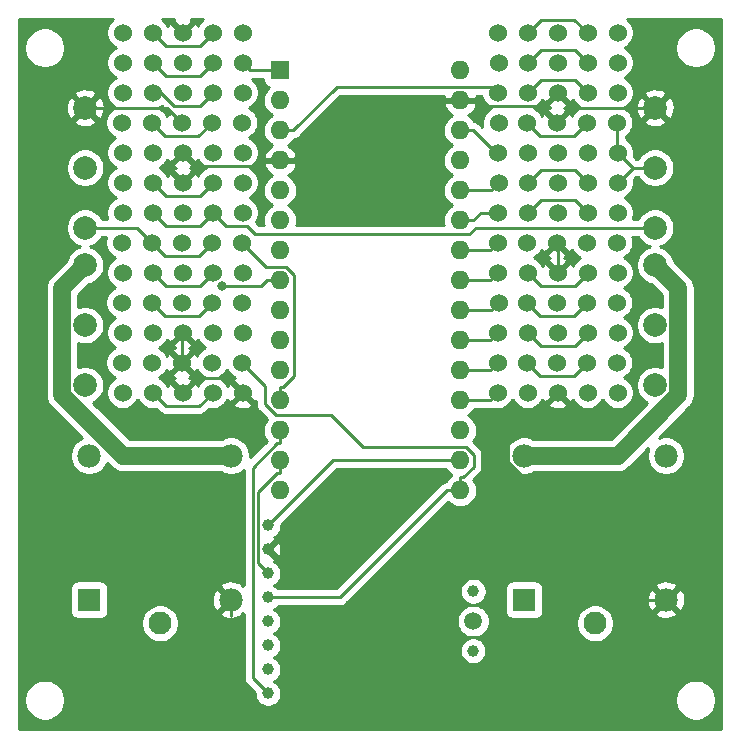
<source format=gtl>
G04 #@! TF.GenerationSoftware,KiCad,Pcbnew,(5.1.0)-1*
G04 #@! TF.CreationDate,2019-09-22T18:06:07+02:00*
G04 #@! TF.ProjectId,Arduino_HM_1,41726475-696e-46f5-9f48-4d5f312e6b69,rev?*
G04 #@! TF.SameCoordinates,Original*
G04 #@! TF.FileFunction,Copper,L1,Top*
G04 #@! TF.FilePolarity,Positive*
%FSLAX46Y46*%
G04 Gerber Fmt 4.6, Leading zero omitted, Abs format (unit mm)*
G04 Created by KiCad (PCBNEW (5.1.0)-1) date 2019-09-22 18:06:07*
%MOMM*%
%LPD*%
G04 APERTURE LIST*
%ADD10C,1.000000*%
%ADD11C,1.500000*%
%ADD12C,2.000000*%
%ADD13C,1.524000*%
%ADD14C,1.980000*%
%ADD15C,1.935000*%
%ADD16R,1.980000X1.980000*%
%ADD17O,1.600000X1.600000*%
%ADD18R,1.600000X1.600000*%
%ADD19C,0.800000*%
%ADD20C,0.250000*%
%ADD21C,1.500000*%
%ADD22C,0.254000*%
G04 APERTURE END LIST*
D10*
X50625000Y-65675000D03*
D11*
X50636600Y-63152400D03*
D10*
X50645000Y-60615000D03*
X33263000Y-69277000D03*
X33263000Y-67245000D03*
X33263000Y-65213000D03*
X33263000Y-63181000D03*
X33263000Y-61149000D03*
X33263000Y-59117000D03*
X33263000Y-57085000D03*
X33263000Y-55053000D03*
D12*
X17780000Y-19685000D03*
X17780000Y-24765000D03*
X17780000Y-29845000D03*
X66040000Y-19685000D03*
X66040000Y-24765000D03*
X66040000Y-29845000D03*
X17780000Y-43180000D03*
X17780000Y-38100000D03*
X17780000Y-33020000D03*
X66040000Y-33020000D03*
X66040000Y-38100000D03*
X66040000Y-43180000D03*
D13*
X60325000Y-43815000D03*
X60248800Y-41275000D03*
X60325000Y-38735000D03*
X60325000Y-33655000D03*
X60248800Y-36195000D03*
X60325000Y-23495000D03*
X60325000Y-26035000D03*
X60248800Y-31115000D03*
X60325000Y-28575000D03*
X60248800Y-20955000D03*
X60325000Y-18415000D03*
X60325000Y-15875000D03*
X60325000Y-13335000D03*
X55245000Y-43815000D03*
X55168800Y-41275000D03*
X55245000Y-38735000D03*
X55245000Y-33655000D03*
X55168800Y-36195000D03*
X55245000Y-23495000D03*
X55245000Y-26035000D03*
X55168800Y-31115000D03*
X55245000Y-28575000D03*
X55168800Y-20955000D03*
X55245000Y-18415000D03*
X55245000Y-15875000D03*
X55245000Y-13335000D03*
D14*
X18130000Y-49145000D03*
X30130000Y-49145000D03*
X30130000Y-61345000D03*
D15*
X24130000Y-63345000D03*
D16*
X18130000Y-61345000D03*
D13*
X20955000Y-43815000D03*
X20878800Y-41275000D03*
X20955000Y-38735000D03*
X20955000Y-33655000D03*
X20878800Y-36195000D03*
X20955000Y-23495000D03*
X20955000Y-26035000D03*
X20878800Y-31115000D03*
X20955000Y-28575000D03*
X20878800Y-20955000D03*
X20955000Y-18415000D03*
X20955000Y-15875000D03*
X20955000Y-13335000D03*
X62865000Y-43815000D03*
X62788800Y-41275000D03*
X62865000Y-38735000D03*
X62865000Y-33655000D03*
X62788800Y-36195000D03*
X62865000Y-23495000D03*
X62865000Y-26035000D03*
X62788800Y-31115000D03*
X62865000Y-28575000D03*
X62788800Y-20955000D03*
X62865000Y-18415000D03*
X62865000Y-15875000D03*
X62865000Y-13335000D03*
X57785000Y-43815000D03*
X57708800Y-41275000D03*
X57785000Y-38735000D03*
X57785000Y-33655000D03*
X57708800Y-36195000D03*
X57785000Y-23495000D03*
X57785000Y-26035000D03*
X57708800Y-31115000D03*
X57785000Y-28575000D03*
X57708800Y-20955000D03*
X57785000Y-18415000D03*
X57785000Y-15875000D03*
X57785000Y-13335000D03*
X23495000Y-43815000D03*
X23418800Y-41275000D03*
X23495000Y-38735000D03*
X23495000Y-33655000D03*
X23418800Y-36195000D03*
X23495000Y-23495000D03*
X23495000Y-26035000D03*
X23418800Y-31115000D03*
X23495000Y-28575000D03*
X23418800Y-20955000D03*
X23495000Y-18415000D03*
X23495000Y-15875000D03*
X23495000Y-13335000D03*
X28575000Y-43815000D03*
X28498800Y-41275000D03*
X28575000Y-38735000D03*
X28575000Y-33655000D03*
X28498800Y-36195000D03*
X28575000Y-23495000D03*
X28575000Y-26035000D03*
X28498800Y-31115000D03*
X28575000Y-28575000D03*
X28498800Y-20955000D03*
X28575000Y-18415000D03*
X28575000Y-15875000D03*
X28575000Y-13335000D03*
X26035000Y-43815000D03*
X25958800Y-41275000D03*
X26035000Y-38735000D03*
X26035000Y-33655000D03*
X25958800Y-36195000D03*
X26035000Y-23495000D03*
X26035000Y-26035000D03*
X25958800Y-31115000D03*
X26035000Y-28575000D03*
X25958800Y-20955000D03*
X26035000Y-18415000D03*
X26035000Y-15875000D03*
X26035000Y-13335000D03*
X52705000Y-13335000D03*
X52781200Y-15875000D03*
X52705000Y-18415000D03*
X52705000Y-23495000D03*
X52781200Y-20955000D03*
X52705000Y-33655000D03*
X52705000Y-31115000D03*
X52781200Y-26035000D03*
X52705000Y-28575000D03*
X52781200Y-36195000D03*
X52705000Y-38735000D03*
X52705000Y-41275000D03*
X52705000Y-43815000D03*
X31115000Y-43815000D03*
X31038800Y-41275000D03*
X31115000Y-38735000D03*
X31115000Y-33655000D03*
X31038800Y-36195000D03*
X31115000Y-23495000D03*
X31115000Y-26035000D03*
X31038800Y-31115000D03*
X31115000Y-28575000D03*
X31038800Y-20955000D03*
X31115000Y-18415000D03*
X31115000Y-15875000D03*
X31115000Y-13335000D03*
D14*
X54960000Y-49145000D03*
X66960000Y-49145000D03*
X66960000Y-61345000D03*
D15*
X60960000Y-63345000D03*
D16*
X54960000Y-61345000D03*
D17*
X49530000Y-52070000D03*
X34290000Y-52070000D03*
X49530000Y-16510000D03*
X34290000Y-49530000D03*
X49530000Y-19050000D03*
X34290000Y-46990000D03*
X49530000Y-21590000D03*
X34290000Y-44450000D03*
X49530000Y-24130000D03*
X34290000Y-41910000D03*
X49530000Y-26670000D03*
X34290000Y-39370000D03*
X49530000Y-29210000D03*
X34290000Y-36830000D03*
X49530000Y-31750000D03*
X34290000Y-34290000D03*
X49530000Y-34290000D03*
X34290000Y-31750000D03*
X49530000Y-36830000D03*
X34290000Y-29210000D03*
X49530000Y-39370000D03*
X34290000Y-26670000D03*
X49530000Y-41910000D03*
X34290000Y-24130000D03*
X49530000Y-44450000D03*
X34290000Y-21590000D03*
X49530000Y-46990000D03*
X34290000Y-19050000D03*
X49530000Y-49530000D03*
D18*
X34290000Y-16510000D03*
D19*
X40640000Y-64135000D03*
X42545000Y-25400000D03*
X29364200Y-34816000D03*
D20*
X49530000Y-52070000D02*
X49530000Y-50944700D01*
X49530000Y-50944700D02*
X49811300Y-50944700D01*
X49811300Y-50944700D02*
X50662200Y-50093800D01*
X50662200Y-50093800D02*
X50662200Y-49059700D01*
X50662200Y-49059700D02*
X50007100Y-48404600D01*
X50007100Y-48404600D02*
X41317000Y-48404600D01*
X41317000Y-48404600D02*
X38632400Y-45720000D01*
X38632400Y-45720000D02*
X33913400Y-45720000D01*
X33913400Y-45720000D02*
X32990000Y-44796600D01*
X32990000Y-44796600D02*
X32990000Y-43226200D01*
X32990000Y-43226200D02*
X31038800Y-41275000D01*
X49080000Y-52070000D02*
X49530000Y-52070000D01*
X49080000Y-52070000D02*
X48404700Y-52070000D01*
X48404700Y-52070000D02*
X39325700Y-61149000D01*
X39325700Y-61149000D02*
X33263000Y-61149000D01*
X34290000Y-49530000D02*
X34290000Y-50655300D01*
X34290000Y-50655300D02*
X34008700Y-50655300D01*
X34008700Y-50655300D02*
X32415300Y-52248700D01*
X32415300Y-52248700D02*
X32415300Y-58269300D01*
X32415300Y-58269300D02*
X33263000Y-59117000D01*
X57785000Y-18415000D02*
X59055000Y-19685000D01*
X59055000Y-19685000D02*
X66040000Y-19685000D01*
X56697600Y-19502400D02*
X57785000Y-18415000D01*
X50655300Y-19050000D02*
X51107700Y-19502400D01*
X51107700Y-19502400D02*
X56697600Y-19502400D01*
X56697600Y-19502400D02*
X56697600Y-19943800D01*
X56697600Y-19943800D02*
X57708800Y-20955000D01*
X49530000Y-19050000D02*
X50655300Y-19050000D01*
X35415300Y-24130000D02*
X40495300Y-19050000D01*
X40495300Y-19050000D02*
X49530000Y-19050000D01*
X27249400Y-42600600D02*
X26035000Y-43815000D01*
X25958800Y-41275000D02*
X27249400Y-42565600D01*
X27249400Y-42565600D02*
X27249400Y-42600600D01*
X31115000Y-43815000D02*
X29900600Y-42600600D01*
X29900600Y-42600600D02*
X27249400Y-42600600D01*
X57785000Y-43815000D02*
X53624900Y-47975100D01*
X53624900Y-47975100D02*
X53624900Y-49693200D01*
X53624900Y-49693200D02*
X65276700Y-61345000D01*
X65276700Y-61345000D02*
X66960000Y-61345000D01*
X34290000Y-24130000D02*
X35415300Y-24130000D01*
X57708800Y-31115000D02*
X57785000Y-31191200D01*
X57785000Y-31191200D02*
X57785000Y-33655000D01*
X25958800Y-20955000D02*
X24688800Y-19685000D01*
X24688800Y-19685000D02*
X17780000Y-19685000D01*
X26035000Y-38735000D02*
X25958800Y-38811200D01*
X25958800Y-38811200D02*
X25958800Y-41275000D01*
X26897100Y-24596100D02*
X26897100Y-24357100D01*
X26897100Y-24357100D02*
X26035000Y-23495000D01*
X26035000Y-26035000D02*
X26897100Y-25172900D01*
X26897100Y-25172900D02*
X26897100Y-24596100D01*
X33164700Y-24130000D02*
X32698600Y-24596100D01*
X32698600Y-24596100D02*
X26897100Y-24596100D01*
X34290000Y-24130000D02*
X33164700Y-24130000D01*
X30130000Y-62745071D02*
X30130000Y-61345000D01*
X34290000Y-46990000D02*
X34290000Y-48115300D01*
X34290000Y-48115300D02*
X34008700Y-48115300D01*
X34008700Y-48115300D02*
X31964900Y-50159100D01*
X31964900Y-50159100D02*
X31964900Y-67978900D01*
X31964900Y-67978900D02*
X33263000Y-69277000D01*
X49530000Y-49530000D02*
X38786000Y-49530000D01*
X38786000Y-49530000D02*
X33263000Y-55053000D01*
X49530000Y-21590000D02*
X50655300Y-21590000D01*
X50655300Y-21590000D02*
X52560300Y-23495000D01*
X52560300Y-23495000D02*
X52705000Y-23495000D01*
X34290000Y-44450000D02*
X34290000Y-43324700D01*
X34290000Y-43324700D02*
X34571300Y-43324700D01*
X34571300Y-43324700D02*
X35465500Y-42430500D01*
X35465500Y-42430500D02*
X35465500Y-33873300D01*
X35465500Y-33873300D02*
X34756800Y-33164600D01*
X34756800Y-33164600D02*
X33088400Y-33164600D01*
X33088400Y-33164600D02*
X31038800Y-31115000D01*
X62788800Y-20955000D02*
X62788800Y-23418800D01*
X62788800Y-23418800D02*
X62865000Y-23495000D01*
X64135000Y-24765000D02*
X62865000Y-26035000D01*
X66040000Y-24765000D02*
X64135000Y-24765000D01*
X62865000Y-23495000D02*
X64135000Y-24765000D01*
X49530000Y-26670000D02*
X52146200Y-26670000D01*
X52146200Y-26670000D02*
X52781200Y-26035000D01*
X49530000Y-29210000D02*
X50655300Y-29210000D01*
X50655300Y-29210000D02*
X51290300Y-28575000D01*
X51290300Y-28575000D02*
X52705000Y-28575000D01*
X49530000Y-31750000D02*
X52070000Y-31750000D01*
X52070000Y-31750000D02*
X52705000Y-31115000D01*
X34290000Y-34290000D02*
X33164700Y-34290000D01*
X33164700Y-34290000D02*
X32638700Y-34816000D01*
X32638700Y-34816000D02*
X29364200Y-34816000D01*
X49530000Y-34290000D02*
X52070000Y-34290000D01*
X52070000Y-34290000D02*
X52705000Y-33655000D01*
X49530000Y-36830000D02*
X52146200Y-36830000D01*
X52146200Y-36830000D02*
X52781200Y-36195000D01*
X49530000Y-39370000D02*
X52070000Y-39370000D01*
X52070000Y-39370000D02*
X52705000Y-38735000D01*
X49530000Y-41910000D02*
X52070000Y-41910000D01*
X52070000Y-41910000D02*
X52705000Y-41275000D01*
X49530000Y-44450000D02*
X52070000Y-44450000D01*
X52070000Y-44450000D02*
X52705000Y-43815000D01*
X34290000Y-16510000D02*
X31750000Y-16510000D01*
X31750000Y-16510000D02*
X31115000Y-15875000D01*
X34290000Y-21590000D02*
X35415300Y-21590000D01*
X35415300Y-21590000D02*
X39081300Y-17924000D01*
X39081300Y-17924000D02*
X52214000Y-17924000D01*
X52214000Y-17924000D02*
X52705000Y-18415000D01*
X28575000Y-43815000D02*
X27460300Y-44929700D01*
X27460300Y-44929700D02*
X24609700Y-44929700D01*
X24609700Y-44929700D02*
X23495000Y-43815000D01*
X23495000Y-33655000D02*
X24585000Y-34745000D01*
X24585000Y-34745000D02*
X27485000Y-34745000D01*
X27485000Y-34745000D02*
X28575000Y-33655000D01*
X28498800Y-36195000D02*
X27394500Y-37299300D01*
X27394500Y-37299300D02*
X24523100Y-37299300D01*
X24523100Y-37299300D02*
X23418800Y-36195000D01*
X28575000Y-26035000D02*
X27476000Y-27134000D01*
X27476000Y-27134000D02*
X24594000Y-27134000D01*
X24594000Y-27134000D02*
X23495000Y-26035000D01*
X23418800Y-31115000D02*
X22148800Y-29845000D01*
X22148800Y-29845000D02*
X17780000Y-29845000D01*
X23418800Y-31115000D02*
X24512500Y-32208700D01*
X24512500Y-32208700D02*
X27405100Y-32208700D01*
X27405100Y-32208700D02*
X28498800Y-31115000D01*
X28575000Y-28575000D02*
X29685600Y-29685600D01*
X29685600Y-29685600D02*
X31476400Y-29685600D01*
X31476400Y-29685600D02*
X32191500Y-30400700D01*
X32191500Y-30400700D02*
X50282300Y-30400700D01*
X50282300Y-30400700D02*
X50838000Y-29845000D01*
X50838000Y-29845000D02*
X66040000Y-29845000D01*
X23495000Y-28575000D02*
X24585000Y-29665000D01*
X24585000Y-29665000D02*
X27485000Y-29665000D01*
X27485000Y-29665000D02*
X28575000Y-28575000D01*
X28498800Y-20955000D02*
X27369500Y-22084300D01*
X27369500Y-22084300D02*
X24548100Y-22084300D01*
X24548100Y-22084300D02*
X23418800Y-20955000D01*
X28575000Y-18415000D02*
X27485400Y-19504600D01*
X27485400Y-19504600D02*
X25287300Y-19504600D01*
X25287300Y-19504600D02*
X24197700Y-18415000D01*
X24197700Y-18415000D02*
X23495000Y-18415000D01*
X28575000Y-15875000D02*
X27463800Y-16986200D01*
X27463800Y-16986200D02*
X24606200Y-16986200D01*
X24606200Y-16986200D02*
X23495000Y-15875000D01*
X28575000Y-13335000D02*
X27463800Y-14446200D01*
X27463800Y-14446200D02*
X24606200Y-14446200D01*
X24606200Y-14446200D02*
X23495000Y-13335000D01*
X55168800Y-41275000D02*
X56258700Y-42364900D01*
X56258700Y-42364900D02*
X59158900Y-42364900D01*
X59158900Y-42364900D02*
X60248800Y-41275000D01*
X60325000Y-38735000D02*
X59217000Y-39843000D01*
X59217000Y-39843000D02*
X56353000Y-39843000D01*
X56353000Y-39843000D02*
X55245000Y-38735000D01*
X55245000Y-33655000D02*
X56353000Y-34763000D01*
X56353000Y-34763000D02*
X59217000Y-34763000D01*
X59217000Y-34763000D02*
X60325000Y-33655000D01*
X60248800Y-36195000D02*
X59158900Y-37284900D01*
X59158900Y-37284900D02*
X56258700Y-37284900D01*
X56258700Y-37284900D02*
X55168800Y-36195000D01*
X55245000Y-26035000D02*
X56348900Y-24931100D01*
X56348900Y-24931100D02*
X59221100Y-24931100D01*
X59221100Y-24931100D02*
X60325000Y-26035000D01*
X55245000Y-28575000D02*
X56344100Y-27475900D01*
X56344100Y-27475900D02*
X59225900Y-27475900D01*
X59225900Y-27475900D02*
X60325000Y-28575000D01*
X55168800Y-20955000D02*
X56261900Y-22048100D01*
X56261900Y-22048100D02*
X59155700Y-22048100D01*
X59155700Y-22048100D02*
X60248800Y-20955000D01*
X55245000Y-18415000D02*
X56344000Y-17316000D01*
X56344000Y-17316000D02*
X59226000Y-17316000D01*
X59226000Y-17316000D02*
X60325000Y-18415000D01*
X55245000Y-15875000D02*
X56344000Y-14776000D01*
X56344000Y-14776000D02*
X59226000Y-14776000D01*
X59226000Y-14776000D02*
X60325000Y-15875000D01*
X55245000Y-13335000D02*
X56359400Y-12220600D01*
X56359400Y-12220600D02*
X59210600Y-12220600D01*
X59210600Y-12220600D02*
X60325000Y-13335000D01*
D21*
X54960000Y-49145000D02*
X62880800Y-49145000D01*
X62880800Y-49145000D02*
X67996000Y-44029800D01*
X67996000Y-44029800D02*
X67996000Y-34976000D01*
X67996000Y-34976000D02*
X66040000Y-33020000D01*
X30130000Y-49145000D02*
X20986700Y-49145000D01*
X20986700Y-49145000D02*
X15824000Y-43982300D01*
X15824000Y-43982300D02*
X15824000Y-34976000D01*
X15824000Y-34976000D02*
X17780000Y-33020000D01*
D22*
G36*
X20064465Y-12249880D02*
G01*
X19869880Y-12444465D01*
X19716995Y-12673273D01*
X19611686Y-12927510D01*
X19558000Y-13197408D01*
X19558000Y-13472592D01*
X19611686Y-13742490D01*
X19716995Y-13996727D01*
X19869880Y-14225535D01*
X20064465Y-14420120D01*
X20293273Y-14573005D01*
X20370515Y-14605000D01*
X20293273Y-14636995D01*
X20064465Y-14789880D01*
X19869880Y-14984465D01*
X19716995Y-15213273D01*
X19611686Y-15467510D01*
X19558000Y-15737408D01*
X19558000Y-16012592D01*
X19611686Y-16282490D01*
X19716995Y-16536727D01*
X19869880Y-16765535D01*
X20064465Y-16960120D01*
X20293273Y-17113005D01*
X20370515Y-17145000D01*
X20293273Y-17176995D01*
X20064465Y-17329880D01*
X19869880Y-17524465D01*
X19716995Y-17753273D01*
X19611686Y-18007510D01*
X19558000Y-18277408D01*
X19558000Y-18552592D01*
X19611686Y-18822490D01*
X19716995Y-19076727D01*
X19869880Y-19305535D01*
X20064465Y-19500120D01*
X20293273Y-19653005D01*
X20332415Y-19669218D01*
X20217073Y-19716995D01*
X19988265Y-19869880D01*
X19793680Y-20064465D01*
X19640795Y-20293273D01*
X19535486Y-20547510D01*
X19481800Y-20817408D01*
X19481800Y-21092592D01*
X19535486Y-21362490D01*
X19640795Y-21616727D01*
X19793680Y-21845535D01*
X19988265Y-22040120D01*
X20217073Y-22193005D01*
X20332415Y-22240782D01*
X20293273Y-22256995D01*
X20064465Y-22409880D01*
X19869880Y-22604465D01*
X19716995Y-22833273D01*
X19611686Y-23087510D01*
X19558000Y-23357408D01*
X19558000Y-23632592D01*
X19611686Y-23902490D01*
X19716995Y-24156727D01*
X19869880Y-24385535D01*
X20064465Y-24580120D01*
X20293273Y-24733005D01*
X20370515Y-24765000D01*
X20293273Y-24796995D01*
X20064465Y-24949880D01*
X19869880Y-25144465D01*
X19716995Y-25373273D01*
X19611686Y-25627510D01*
X19558000Y-25897408D01*
X19558000Y-26172592D01*
X19611686Y-26442490D01*
X19716995Y-26696727D01*
X19869880Y-26925535D01*
X20064465Y-27120120D01*
X20293273Y-27273005D01*
X20370515Y-27305000D01*
X20293273Y-27336995D01*
X20064465Y-27489880D01*
X19869880Y-27684465D01*
X19716995Y-27913273D01*
X19611686Y-28167510D01*
X19558000Y-28437408D01*
X19558000Y-28712592D01*
X19611686Y-28982490D01*
X19654147Y-29085000D01*
X19234909Y-29085000D01*
X19228918Y-29070537D01*
X19049987Y-28802748D01*
X18822252Y-28575013D01*
X18554463Y-28396082D01*
X18256912Y-28272832D01*
X17941033Y-28210000D01*
X17618967Y-28210000D01*
X17303088Y-28272832D01*
X17005537Y-28396082D01*
X16737748Y-28575013D01*
X16510013Y-28802748D01*
X16331082Y-29070537D01*
X16207832Y-29368088D01*
X16145000Y-29683967D01*
X16145000Y-30006033D01*
X16207832Y-30321912D01*
X16331082Y-30619463D01*
X16510013Y-30887252D01*
X16737748Y-31114987D01*
X17005537Y-31293918D01*
X17303088Y-31417168D01*
X17380167Y-31432500D01*
X17303088Y-31447832D01*
X17005537Y-31571082D01*
X16737748Y-31750013D01*
X16510013Y-31977748D01*
X16331082Y-32245537D01*
X16207832Y-32543088D01*
X16185387Y-32655927D01*
X14892764Y-33948551D01*
X14839920Y-33991919D01*
X14796551Y-34044764D01*
X14796548Y-34044767D01*
X14666844Y-34202812D01*
X14538236Y-34443420D01*
X14459040Y-34704493D01*
X14432300Y-34976000D01*
X14439001Y-35044039D01*
X14439000Y-43914271D01*
X14432300Y-43982300D01*
X14439000Y-44050329D01*
X14439000Y-44050336D01*
X14455932Y-44222252D01*
X14459040Y-44253807D01*
X14480940Y-44326002D01*
X14538236Y-44514880D01*
X14659767Y-44742247D01*
X14666844Y-44755488D01*
X14785541Y-44900120D01*
X14839919Y-44966380D01*
X14892765Y-45009750D01*
X17521271Y-47638256D01*
X17360274Y-47704943D01*
X17094123Y-47882780D01*
X16867780Y-48109123D01*
X16689943Y-48375274D01*
X16567448Y-48671005D01*
X16505000Y-48984951D01*
X16505000Y-49305049D01*
X16567448Y-49618995D01*
X16689943Y-49914726D01*
X16867780Y-50180877D01*
X17094123Y-50407220D01*
X17360274Y-50585057D01*
X17656005Y-50707552D01*
X17969951Y-50770000D01*
X18290049Y-50770000D01*
X18603995Y-50707552D01*
X18899726Y-50585057D01*
X19165877Y-50407220D01*
X19392220Y-50180877D01*
X19570057Y-49914726D01*
X19636744Y-49753729D01*
X19959250Y-50076236D01*
X20002619Y-50129081D01*
X20055464Y-50172450D01*
X20055466Y-50172452D01*
X20136743Y-50239154D01*
X20213512Y-50302157D01*
X20454119Y-50430764D01*
X20715193Y-50509960D01*
X20918663Y-50530000D01*
X20918672Y-50530000D01*
X20986699Y-50536700D01*
X21054726Y-50530000D01*
X29277876Y-50530000D01*
X29360274Y-50585057D01*
X29656005Y-50707552D01*
X29969951Y-50770000D01*
X30290049Y-50770000D01*
X30603995Y-50707552D01*
X30899726Y-50585057D01*
X31165877Y-50407220D01*
X31204900Y-50368197D01*
X31204901Y-60111553D01*
X31194370Y-60101022D01*
X31078676Y-60216716D01*
X30984120Y-59953339D01*
X30696209Y-59813449D01*
X30386538Y-59732416D01*
X30067010Y-59713354D01*
X29749901Y-59756994D01*
X29447400Y-59861661D01*
X29275880Y-59953339D01*
X29181323Y-60216718D01*
X30130000Y-61165395D01*
X30144143Y-61151253D01*
X30323748Y-61330858D01*
X30309605Y-61345000D01*
X30323748Y-61359143D01*
X30144143Y-61538748D01*
X30130000Y-61524605D01*
X29181323Y-62473282D01*
X29275880Y-62736661D01*
X29563791Y-62876551D01*
X29873462Y-62957584D01*
X30192990Y-62976646D01*
X30510099Y-62933006D01*
X30812600Y-62828339D01*
X30984120Y-62736661D01*
X31078676Y-62473284D01*
X31194370Y-62588978D01*
X31204901Y-62578447D01*
X31204901Y-67941567D01*
X31201224Y-67978900D01*
X31204901Y-68016233D01*
X31215898Y-68127886D01*
X31229080Y-68171342D01*
X31259354Y-68271146D01*
X31329926Y-68403176D01*
X31401101Y-68489902D01*
X31424900Y-68518901D01*
X31453898Y-68542699D01*
X32128000Y-69216802D01*
X32128000Y-69388788D01*
X32171617Y-69608067D01*
X32257176Y-69814624D01*
X32381388Y-70000520D01*
X32539480Y-70158612D01*
X32725376Y-70282824D01*
X32931933Y-70368383D01*
X33151212Y-70412000D01*
X33374788Y-70412000D01*
X33594067Y-70368383D01*
X33800624Y-70282824D01*
X33986520Y-70158612D01*
X34144612Y-70000520D01*
X34268824Y-69814624D01*
X34324953Y-69679117D01*
X67734000Y-69679117D01*
X67734000Y-70020883D01*
X67800675Y-70356081D01*
X67931463Y-70671831D01*
X68121337Y-70955998D01*
X68363002Y-71197663D01*
X68647169Y-71387537D01*
X68962919Y-71518325D01*
X69298117Y-71585000D01*
X69639883Y-71585000D01*
X69975081Y-71518325D01*
X70290831Y-71387537D01*
X70574998Y-71197663D01*
X70816663Y-70955998D01*
X71006537Y-70671831D01*
X71137325Y-70356081D01*
X71204000Y-70020883D01*
X71204000Y-69679117D01*
X71137325Y-69343919D01*
X71006537Y-69028169D01*
X70816663Y-68744002D01*
X70574998Y-68502337D01*
X70290831Y-68312463D01*
X69975081Y-68181675D01*
X69639883Y-68115000D01*
X69298117Y-68115000D01*
X68962919Y-68181675D01*
X68647169Y-68312463D01*
X68363002Y-68502337D01*
X68121337Y-68744002D01*
X67931463Y-69028169D01*
X67800675Y-69343919D01*
X67734000Y-69679117D01*
X34324953Y-69679117D01*
X34354383Y-69608067D01*
X34398000Y-69388788D01*
X34398000Y-69165212D01*
X34354383Y-68945933D01*
X34268824Y-68739376D01*
X34144612Y-68553480D01*
X33986520Y-68395388D01*
X33800624Y-68271176D01*
X33776057Y-68261000D01*
X33800624Y-68250824D01*
X33986520Y-68126612D01*
X34144612Y-67968520D01*
X34268824Y-67782624D01*
X34354383Y-67576067D01*
X34398000Y-67356788D01*
X34398000Y-67133212D01*
X34354383Y-66913933D01*
X34268824Y-66707376D01*
X34144612Y-66521480D01*
X33986520Y-66363388D01*
X33800624Y-66239176D01*
X33776057Y-66229000D01*
X33800624Y-66218824D01*
X33986520Y-66094612D01*
X34144612Y-65936520D01*
X34268824Y-65750624D01*
X34346452Y-65563212D01*
X49490000Y-65563212D01*
X49490000Y-65786788D01*
X49533617Y-66006067D01*
X49619176Y-66212624D01*
X49743388Y-66398520D01*
X49901480Y-66556612D01*
X50087376Y-66680824D01*
X50293933Y-66766383D01*
X50513212Y-66810000D01*
X50736788Y-66810000D01*
X50956067Y-66766383D01*
X51162624Y-66680824D01*
X51348520Y-66556612D01*
X51506612Y-66398520D01*
X51630824Y-66212624D01*
X51716383Y-66006067D01*
X51760000Y-65786788D01*
X51760000Y-65563212D01*
X51716383Y-65343933D01*
X51630824Y-65137376D01*
X51506612Y-64951480D01*
X51348520Y-64793388D01*
X51162624Y-64669176D01*
X50956067Y-64583617D01*
X50736788Y-64540000D01*
X50513212Y-64540000D01*
X50293933Y-64583617D01*
X50087376Y-64669176D01*
X49901480Y-64793388D01*
X49743388Y-64951480D01*
X49619176Y-65137376D01*
X49533617Y-65343933D01*
X49490000Y-65563212D01*
X34346452Y-65563212D01*
X34354383Y-65544067D01*
X34398000Y-65324788D01*
X34398000Y-65101212D01*
X34354383Y-64881933D01*
X34268824Y-64675376D01*
X34144612Y-64489480D01*
X33986520Y-64331388D01*
X33800624Y-64207176D01*
X33776057Y-64197000D01*
X33800624Y-64186824D01*
X33986520Y-64062612D01*
X34144612Y-63904520D01*
X34268824Y-63718624D01*
X34354383Y-63512067D01*
X34398000Y-63292788D01*
X34398000Y-63069212D01*
X34387414Y-63015989D01*
X49251600Y-63015989D01*
X49251600Y-63288811D01*
X49304825Y-63556389D01*
X49409229Y-63808443D01*
X49560801Y-64035286D01*
X49753714Y-64228199D01*
X49980557Y-64379771D01*
X50232611Y-64484175D01*
X50500189Y-64537400D01*
X50773011Y-64537400D01*
X51040589Y-64484175D01*
X51292643Y-64379771D01*
X51519486Y-64228199D01*
X51712399Y-64035286D01*
X51863971Y-63808443D01*
X51968375Y-63556389D01*
X52021600Y-63288811D01*
X52021600Y-63187168D01*
X59357500Y-63187168D01*
X59357500Y-63502832D01*
X59419083Y-63812432D01*
X59539883Y-64104068D01*
X59715257Y-64366534D01*
X59938466Y-64589743D01*
X60200932Y-64765117D01*
X60492568Y-64885917D01*
X60802168Y-64947500D01*
X61117832Y-64947500D01*
X61427432Y-64885917D01*
X61719068Y-64765117D01*
X61981534Y-64589743D01*
X62204743Y-64366534D01*
X62380117Y-64104068D01*
X62500917Y-63812432D01*
X62562500Y-63502832D01*
X62562500Y-63187168D01*
X62500917Y-62877568D01*
X62380117Y-62585932D01*
X62304847Y-62473282D01*
X66011323Y-62473282D01*
X66105880Y-62736661D01*
X66393791Y-62876551D01*
X66703462Y-62957584D01*
X67022990Y-62976646D01*
X67340099Y-62933006D01*
X67642600Y-62828339D01*
X67814120Y-62736661D01*
X67908677Y-62473282D01*
X66960000Y-61524605D01*
X66011323Y-62473282D01*
X62304847Y-62473282D01*
X62204743Y-62323466D01*
X61981534Y-62100257D01*
X61719068Y-61924883D01*
X61427432Y-61804083D01*
X61117832Y-61742500D01*
X60802168Y-61742500D01*
X60492568Y-61804083D01*
X60200932Y-61924883D01*
X59938466Y-62100257D01*
X59715257Y-62323466D01*
X59539883Y-62585932D01*
X59419083Y-62877568D01*
X59357500Y-63187168D01*
X52021600Y-63187168D01*
X52021600Y-63015989D01*
X51968375Y-62748411D01*
X51863971Y-62496357D01*
X51712399Y-62269514D01*
X51519486Y-62076601D01*
X51292643Y-61925029D01*
X51040589Y-61820625D01*
X50773011Y-61767400D01*
X50500189Y-61767400D01*
X50232611Y-61820625D01*
X49980557Y-61925029D01*
X49753714Y-62076601D01*
X49560801Y-62269514D01*
X49409229Y-62496357D01*
X49304825Y-62748411D01*
X49251600Y-63015989D01*
X34387414Y-63015989D01*
X34354383Y-62849933D01*
X34268824Y-62643376D01*
X34144612Y-62457480D01*
X33986520Y-62299388D01*
X33800624Y-62175176D01*
X33776057Y-62165000D01*
X33800624Y-62154824D01*
X33986520Y-62030612D01*
X34108132Y-61909000D01*
X39288378Y-61909000D01*
X39325700Y-61912676D01*
X39363022Y-61909000D01*
X39363033Y-61909000D01*
X39474686Y-61898003D01*
X39617947Y-61854546D01*
X39749976Y-61783974D01*
X39865701Y-61689001D01*
X39889504Y-61659997D01*
X41046289Y-60503212D01*
X49510000Y-60503212D01*
X49510000Y-60726788D01*
X49553617Y-60946067D01*
X49639176Y-61152624D01*
X49763388Y-61338520D01*
X49921480Y-61496612D01*
X50107376Y-61620824D01*
X50313933Y-61706383D01*
X50533212Y-61750000D01*
X50756788Y-61750000D01*
X50976067Y-61706383D01*
X51182624Y-61620824D01*
X51368520Y-61496612D01*
X51526612Y-61338520D01*
X51650824Y-61152624D01*
X51736383Y-60946067D01*
X51780000Y-60726788D01*
X51780000Y-60503212D01*
X51750520Y-60355000D01*
X53331928Y-60355000D01*
X53331928Y-62335000D01*
X53344188Y-62459482D01*
X53380498Y-62579180D01*
X53439463Y-62689494D01*
X53518815Y-62786185D01*
X53615506Y-62865537D01*
X53725820Y-62924502D01*
X53845518Y-62960812D01*
X53970000Y-62973072D01*
X55950000Y-62973072D01*
X56074482Y-62960812D01*
X56194180Y-62924502D01*
X56304494Y-62865537D01*
X56401185Y-62786185D01*
X56480537Y-62689494D01*
X56539502Y-62579180D01*
X56575812Y-62459482D01*
X56588072Y-62335000D01*
X56588072Y-61407990D01*
X65328354Y-61407990D01*
X65371994Y-61725099D01*
X65476661Y-62027600D01*
X65568339Y-62199120D01*
X65831718Y-62293677D01*
X66780395Y-61345000D01*
X67139605Y-61345000D01*
X68088282Y-62293677D01*
X68351661Y-62199120D01*
X68491551Y-61911209D01*
X68572584Y-61601538D01*
X68591646Y-61282010D01*
X68548006Y-60964901D01*
X68443339Y-60662400D01*
X68351661Y-60490880D01*
X68088282Y-60396323D01*
X67139605Y-61345000D01*
X66780395Y-61345000D01*
X65831718Y-60396323D01*
X65568339Y-60490880D01*
X65428449Y-60778791D01*
X65347416Y-61088462D01*
X65328354Y-61407990D01*
X56588072Y-61407990D01*
X56588072Y-60355000D01*
X56575812Y-60230518D01*
X56571626Y-60216718D01*
X66011323Y-60216718D01*
X66960000Y-61165395D01*
X67908677Y-60216718D01*
X67814120Y-59953339D01*
X67526209Y-59813449D01*
X67216538Y-59732416D01*
X66897010Y-59713354D01*
X66579901Y-59756994D01*
X66277400Y-59861661D01*
X66105880Y-59953339D01*
X66011323Y-60216718D01*
X56571626Y-60216718D01*
X56539502Y-60110820D01*
X56480537Y-60000506D01*
X56401185Y-59903815D01*
X56304494Y-59824463D01*
X56194180Y-59765498D01*
X56074482Y-59729188D01*
X55950000Y-59716928D01*
X53970000Y-59716928D01*
X53845518Y-59729188D01*
X53725820Y-59765498D01*
X53615506Y-59824463D01*
X53518815Y-59903815D01*
X53439463Y-60000506D01*
X53380498Y-60110820D01*
X53344188Y-60230518D01*
X53331928Y-60355000D01*
X51750520Y-60355000D01*
X51736383Y-60283933D01*
X51650824Y-60077376D01*
X51526612Y-59891480D01*
X51368520Y-59733388D01*
X51182624Y-59609176D01*
X50976067Y-59523617D01*
X50756788Y-59480000D01*
X50533212Y-59480000D01*
X50313933Y-59523617D01*
X50107376Y-59609176D01*
X49921480Y-59733388D01*
X49763388Y-59891480D01*
X49639176Y-60077376D01*
X49553617Y-60283933D01*
X49510000Y-60503212D01*
X41046289Y-60503212D01*
X48487630Y-53061872D01*
X48510392Y-53089608D01*
X48728899Y-53268932D01*
X48978192Y-53402182D01*
X49248691Y-53484236D01*
X49459508Y-53505000D01*
X49600492Y-53505000D01*
X49811309Y-53484236D01*
X50081808Y-53402182D01*
X50331101Y-53268932D01*
X50549608Y-53089608D01*
X50728932Y-52871101D01*
X50862182Y-52621808D01*
X50944236Y-52351309D01*
X50971943Y-52070000D01*
X50944236Y-51788691D01*
X50862182Y-51518192D01*
X50728932Y-51268899D01*
X50653643Y-51177159D01*
X51173204Y-50657598D01*
X51202201Y-50633801D01*
X51297174Y-50518076D01*
X51367746Y-50386047D01*
X51411203Y-50242786D01*
X51422200Y-50131133D01*
X51422200Y-50131124D01*
X51425876Y-50093801D01*
X51422200Y-50056478D01*
X51422200Y-49097022D01*
X51425876Y-49059699D01*
X51422200Y-49022376D01*
X51422200Y-49022367D01*
X51411203Y-48910714D01*
X51367746Y-48767453D01*
X51297174Y-48635424D01*
X51202201Y-48519699D01*
X51173202Y-48495900D01*
X50611497Y-47934196D01*
X50728932Y-47791101D01*
X50862182Y-47541808D01*
X50944236Y-47271309D01*
X50971943Y-46990000D01*
X50944236Y-46708691D01*
X50862182Y-46438192D01*
X50728932Y-46188899D01*
X50549608Y-45970392D01*
X50331101Y-45791068D01*
X50198142Y-45720000D01*
X50331101Y-45648932D01*
X50549608Y-45469608D01*
X50728932Y-45251101D01*
X50750901Y-45210000D01*
X52032678Y-45210000D01*
X52070000Y-45213676D01*
X52107322Y-45210000D01*
X52107333Y-45210000D01*
X52218986Y-45199003D01*
X52331097Y-45164995D01*
X52567408Y-45212000D01*
X52842592Y-45212000D01*
X53112490Y-45158314D01*
X53366727Y-45053005D01*
X53595535Y-44900120D01*
X53790120Y-44705535D01*
X53943005Y-44476727D01*
X53975000Y-44399485D01*
X54006995Y-44476727D01*
X54159880Y-44705535D01*
X54354465Y-44900120D01*
X54583273Y-45053005D01*
X54837510Y-45158314D01*
X55107408Y-45212000D01*
X55382592Y-45212000D01*
X55652490Y-45158314D01*
X55906727Y-45053005D01*
X56135535Y-44900120D01*
X56255090Y-44780565D01*
X56999040Y-44780565D01*
X57066020Y-45020656D01*
X57315048Y-45137756D01*
X57582135Y-45204023D01*
X57857017Y-45216910D01*
X58129133Y-45175922D01*
X58388023Y-45082636D01*
X58503980Y-45020656D01*
X58570960Y-44780565D01*
X57785000Y-43994605D01*
X56999040Y-44780565D01*
X56255090Y-44780565D01*
X56330120Y-44705535D01*
X56483005Y-44476727D01*
X56512692Y-44405057D01*
X56517364Y-44418023D01*
X56579344Y-44533980D01*
X56819435Y-44600960D01*
X57605395Y-43815000D01*
X57591253Y-43800858D01*
X57770858Y-43621253D01*
X57785000Y-43635395D01*
X57799143Y-43621253D01*
X57978748Y-43800858D01*
X57964605Y-43815000D01*
X58750565Y-44600960D01*
X58990656Y-44533980D01*
X59054485Y-44398240D01*
X59086995Y-44476727D01*
X59239880Y-44705535D01*
X59434465Y-44900120D01*
X59663273Y-45053005D01*
X59917510Y-45158314D01*
X60187408Y-45212000D01*
X60462592Y-45212000D01*
X60732490Y-45158314D01*
X60986727Y-45053005D01*
X61215535Y-44900120D01*
X61410120Y-44705535D01*
X61563005Y-44476727D01*
X61595000Y-44399485D01*
X61626995Y-44476727D01*
X61779880Y-44705535D01*
X61974465Y-44900120D01*
X62203273Y-45053005D01*
X62457510Y-45158314D01*
X62727408Y-45212000D01*
X63002592Y-45212000D01*
X63272490Y-45158314D01*
X63526727Y-45053005D01*
X63755535Y-44900120D01*
X63950120Y-44705535D01*
X64103005Y-44476727D01*
X64208314Y-44222490D01*
X64262000Y-43952592D01*
X64262000Y-43677408D01*
X64208314Y-43407510D01*
X64103005Y-43153273D01*
X63950120Y-42924465D01*
X63755535Y-42729880D01*
X63526727Y-42576995D01*
X63411385Y-42529218D01*
X63450527Y-42513005D01*
X63679335Y-42360120D01*
X63873920Y-42165535D01*
X64026805Y-41936727D01*
X64132114Y-41682490D01*
X64185800Y-41412592D01*
X64185800Y-41137408D01*
X64132114Y-40867510D01*
X64026805Y-40613273D01*
X63873920Y-40384465D01*
X63679335Y-40189880D01*
X63450527Y-40036995D01*
X63411385Y-40020782D01*
X63526727Y-39973005D01*
X63755535Y-39820120D01*
X63950120Y-39625535D01*
X64103005Y-39396727D01*
X64208314Y-39142490D01*
X64262000Y-38872592D01*
X64262000Y-38597408D01*
X64208314Y-38327510D01*
X64103005Y-38073273D01*
X63950120Y-37844465D01*
X63755535Y-37649880D01*
X63526727Y-37496995D01*
X63411385Y-37449218D01*
X63450527Y-37433005D01*
X63679335Y-37280120D01*
X63873920Y-37085535D01*
X64026805Y-36856727D01*
X64132114Y-36602490D01*
X64185800Y-36332592D01*
X64185800Y-36057408D01*
X64132114Y-35787510D01*
X64026805Y-35533273D01*
X63873920Y-35304465D01*
X63679335Y-35109880D01*
X63450527Y-34956995D01*
X63411385Y-34940782D01*
X63526727Y-34893005D01*
X63755535Y-34740120D01*
X63950120Y-34545535D01*
X64103005Y-34316727D01*
X64208314Y-34062490D01*
X64262000Y-33792592D01*
X64262000Y-33517408D01*
X64208314Y-33247510D01*
X64103005Y-32993273D01*
X63950120Y-32764465D01*
X63755535Y-32569880D01*
X63526727Y-32416995D01*
X63411385Y-32369218D01*
X63450527Y-32353005D01*
X63679335Y-32200120D01*
X63873920Y-32005535D01*
X64026805Y-31776727D01*
X64132114Y-31522490D01*
X64185800Y-31252592D01*
X64185800Y-30977408D01*
X64132114Y-30707510D01*
X64089653Y-30605000D01*
X64585091Y-30605000D01*
X64591082Y-30619463D01*
X64770013Y-30887252D01*
X64997748Y-31114987D01*
X65265537Y-31293918D01*
X65563088Y-31417168D01*
X65640167Y-31432500D01*
X65563088Y-31447832D01*
X65265537Y-31571082D01*
X64997748Y-31750013D01*
X64770013Y-31977748D01*
X64591082Y-32245537D01*
X64467832Y-32543088D01*
X64405000Y-32858967D01*
X64405000Y-33181033D01*
X64467832Y-33496912D01*
X64591082Y-33794463D01*
X64770013Y-34062252D01*
X64997748Y-34289987D01*
X65265537Y-34468918D01*
X65563088Y-34592168D01*
X65675928Y-34614613D01*
X66611001Y-35549687D01*
X66611001Y-36566805D01*
X66516912Y-36527832D01*
X66201033Y-36465000D01*
X65878967Y-36465000D01*
X65563088Y-36527832D01*
X65265537Y-36651082D01*
X64997748Y-36830013D01*
X64770013Y-37057748D01*
X64591082Y-37325537D01*
X64467832Y-37623088D01*
X64405000Y-37938967D01*
X64405000Y-38261033D01*
X64467832Y-38576912D01*
X64591082Y-38874463D01*
X64770013Y-39142252D01*
X64997748Y-39369987D01*
X65265537Y-39548918D01*
X65563088Y-39672168D01*
X65878967Y-39735000D01*
X66201033Y-39735000D01*
X66516912Y-39672168D01*
X66611000Y-39633195D01*
X66611000Y-41646805D01*
X66516912Y-41607832D01*
X66201033Y-41545000D01*
X65878967Y-41545000D01*
X65563088Y-41607832D01*
X65265537Y-41731082D01*
X64997748Y-41910013D01*
X64770013Y-42137748D01*
X64591082Y-42405537D01*
X64467832Y-42703088D01*
X64405000Y-43018967D01*
X64405000Y-43341033D01*
X64467832Y-43656912D01*
X64591082Y-43954463D01*
X64770013Y-44222252D01*
X64997748Y-44449987D01*
X65265537Y-44628918D01*
X65387625Y-44679489D01*
X62307115Y-47760000D01*
X55812124Y-47760000D01*
X55729726Y-47704943D01*
X55433995Y-47582448D01*
X55120049Y-47520000D01*
X54799951Y-47520000D01*
X54486005Y-47582448D01*
X54190274Y-47704943D01*
X53924123Y-47882780D01*
X53697780Y-48109123D01*
X53519943Y-48375274D01*
X53397448Y-48671005D01*
X53335000Y-48984951D01*
X53335000Y-49305049D01*
X53397448Y-49618995D01*
X53519943Y-49914726D01*
X53697780Y-50180877D01*
X53924123Y-50407220D01*
X54190274Y-50585057D01*
X54486005Y-50707552D01*
X54799951Y-50770000D01*
X55120049Y-50770000D01*
X55433995Y-50707552D01*
X55729726Y-50585057D01*
X55812124Y-50530000D01*
X62812771Y-50530000D01*
X62880800Y-50536700D01*
X62948829Y-50530000D01*
X62948837Y-50530000D01*
X63152307Y-50509960D01*
X63413381Y-50430764D01*
X63653988Y-50302157D01*
X63864881Y-50129081D01*
X63908254Y-50076231D01*
X65456821Y-48527664D01*
X65397448Y-48671005D01*
X65335000Y-48984951D01*
X65335000Y-49305049D01*
X65397448Y-49618995D01*
X65519943Y-49914726D01*
X65697780Y-50180877D01*
X65924123Y-50407220D01*
X66190274Y-50585057D01*
X66486005Y-50707552D01*
X66799951Y-50770000D01*
X67120049Y-50770000D01*
X67433995Y-50707552D01*
X67729726Y-50585057D01*
X67995877Y-50407220D01*
X68222220Y-50180877D01*
X68400057Y-49914726D01*
X68522552Y-49618995D01*
X68585000Y-49305049D01*
X68585000Y-48984951D01*
X68522552Y-48671005D01*
X68400057Y-48375274D01*
X68222220Y-48109123D01*
X67995877Y-47882780D01*
X67729726Y-47704943D01*
X67433995Y-47582448D01*
X67120049Y-47520000D01*
X66799951Y-47520000D01*
X66486005Y-47582448D01*
X66342664Y-47641821D01*
X68927241Y-45057245D01*
X68980080Y-45013881D01*
X69023445Y-44961041D01*
X69023452Y-44961034D01*
X69153156Y-44802989D01*
X69153157Y-44802988D01*
X69281764Y-44562381D01*
X69360960Y-44301307D01*
X69381000Y-44097837D01*
X69381000Y-44097828D01*
X69387700Y-44029801D01*
X69381000Y-43961774D01*
X69381000Y-35044029D01*
X69387700Y-34976000D01*
X69381000Y-34907971D01*
X69381000Y-34907963D01*
X69360960Y-34704493D01*
X69281764Y-34443419D01*
X69153157Y-34202812D01*
X69122948Y-34166002D01*
X69023452Y-34044766D01*
X69023450Y-34044764D01*
X68980081Y-33991919D01*
X68927236Y-33948550D01*
X67634613Y-32655928D01*
X67612168Y-32543088D01*
X67488918Y-32245537D01*
X67309987Y-31977748D01*
X67082252Y-31750013D01*
X66814463Y-31571082D01*
X66516912Y-31447832D01*
X66439833Y-31432500D01*
X66516912Y-31417168D01*
X66814463Y-31293918D01*
X67082252Y-31114987D01*
X67309987Y-30887252D01*
X67488918Y-30619463D01*
X67612168Y-30321912D01*
X67675000Y-30006033D01*
X67675000Y-29683967D01*
X67612168Y-29368088D01*
X67488918Y-29070537D01*
X67309987Y-28802748D01*
X67082252Y-28575013D01*
X66814463Y-28396082D01*
X66516912Y-28272832D01*
X66201033Y-28210000D01*
X65878967Y-28210000D01*
X65563088Y-28272832D01*
X65265537Y-28396082D01*
X64997748Y-28575013D01*
X64770013Y-28802748D01*
X64591082Y-29070537D01*
X64585091Y-29085000D01*
X64165853Y-29085000D01*
X64208314Y-28982490D01*
X64262000Y-28712592D01*
X64262000Y-28437408D01*
X64208314Y-28167510D01*
X64103005Y-27913273D01*
X63950120Y-27684465D01*
X63755535Y-27489880D01*
X63526727Y-27336995D01*
X63449485Y-27305000D01*
X63526727Y-27273005D01*
X63755535Y-27120120D01*
X63950120Y-26925535D01*
X64103005Y-26696727D01*
X64208314Y-26442490D01*
X64262000Y-26172592D01*
X64262000Y-25897408D01*
X64231372Y-25743430D01*
X64449802Y-25525000D01*
X64585091Y-25525000D01*
X64591082Y-25539463D01*
X64770013Y-25807252D01*
X64997748Y-26034987D01*
X65265537Y-26213918D01*
X65563088Y-26337168D01*
X65878967Y-26400000D01*
X66201033Y-26400000D01*
X66516912Y-26337168D01*
X66814463Y-26213918D01*
X67082252Y-26034987D01*
X67309987Y-25807252D01*
X67488918Y-25539463D01*
X67612168Y-25241912D01*
X67675000Y-24926033D01*
X67675000Y-24603967D01*
X67612168Y-24288088D01*
X67488918Y-23990537D01*
X67309987Y-23722748D01*
X67082252Y-23495013D01*
X66814463Y-23316082D01*
X66516912Y-23192832D01*
X66201033Y-23130000D01*
X65878967Y-23130000D01*
X65563088Y-23192832D01*
X65265537Y-23316082D01*
X64997748Y-23495013D01*
X64770013Y-23722748D01*
X64591082Y-23990537D01*
X64585091Y-24005000D01*
X64449802Y-24005000D01*
X64231372Y-23786570D01*
X64262000Y-23632592D01*
X64262000Y-23357408D01*
X64208314Y-23087510D01*
X64103005Y-22833273D01*
X63950120Y-22604465D01*
X63755535Y-22409880D01*
X63548800Y-22271744D01*
X63548800Y-22127341D01*
X63679335Y-22040120D01*
X63873920Y-21845535D01*
X64026805Y-21616727D01*
X64132114Y-21362490D01*
X64185800Y-21092592D01*
X64185800Y-20820413D01*
X65084192Y-20820413D01*
X65179956Y-21084814D01*
X65469571Y-21225704D01*
X65781108Y-21307384D01*
X66102595Y-21326718D01*
X66421675Y-21282961D01*
X66726088Y-21177795D01*
X66900044Y-21084814D01*
X66995808Y-20820413D01*
X66040000Y-19864605D01*
X65084192Y-20820413D01*
X64185800Y-20820413D01*
X64185800Y-20817408D01*
X64132114Y-20547510D01*
X64026805Y-20293273D01*
X63873920Y-20064465D01*
X63679335Y-19869880D01*
X63496324Y-19747595D01*
X64398282Y-19747595D01*
X64442039Y-20066675D01*
X64547205Y-20371088D01*
X64640186Y-20545044D01*
X64904587Y-20640808D01*
X65860395Y-19685000D01*
X66219605Y-19685000D01*
X67175413Y-20640808D01*
X67439814Y-20545044D01*
X67580704Y-20255429D01*
X67662384Y-19943892D01*
X67681718Y-19622405D01*
X67637961Y-19303325D01*
X67532795Y-18998912D01*
X67439814Y-18824956D01*
X67175413Y-18729192D01*
X66219605Y-19685000D01*
X65860395Y-19685000D01*
X64904587Y-18729192D01*
X64640186Y-18824956D01*
X64499296Y-19114571D01*
X64417616Y-19426108D01*
X64398282Y-19747595D01*
X63496324Y-19747595D01*
X63450527Y-19716995D01*
X63411385Y-19700782D01*
X63526727Y-19653005D01*
X63755535Y-19500120D01*
X63950120Y-19305535D01*
X64103005Y-19076727D01*
X64208314Y-18822490D01*
X64262000Y-18552592D01*
X64262000Y-18549587D01*
X65084192Y-18549587D01*
X66040000Y-19505395D01*
X66995808Y-18549587D01*
X66900044Y-18285186D01*
X66610429Y-18144296D01*
X66298892Y-18062616D01*
X65977405Y-18043282D01*
X65658325Y-18087039D01*
X65353912Y-18192205D01*
X65179956Y-18285186D01*
X65084192Y-18549587D01*
X64262000Y-18549587D01*
X64262000Y-18277408D01*
X64208314Y-18007510D01*
X64103005Y-17753273D01*
X63950120Y-17524465D01*
X63755535Y-17329880D01*
X63526727Y-17176995D01*
X63449485Y-17145000D01*
X63526727Y-17113005D01*
X63755535Y-16960120D01*
X63950120Y-16765535D01*
X64103005Y-16536727D01*
X64208314Y-16282490D01*
X64262000Y-16012592D01*
X64262000Y-15737408D01*
X64208314Y-15467510D01*
X64103005Y-15213273D01*
X63950120Y-14984465D01*
X63755535Y-14789880D01*
X63526727Y-14636995D01*
X63449485Y-14605000D01*
X63526727Y-14573005D01*
X63734587Y-14434117D01*
X67734000Y-14434117D01*
X67734000Y-14775883D01*
X67800675Y-15111081D01*
X67931463Y-15426831D01*
X68121337Y-15710998D01*
X68363002Y-15952663D01*
X68647169Y-16142537D01*
X68962919Y-16273325D01*
X69298117Y-16340000D01*
X69639883Y-16340000D01*
X69975081Y-16273325D01*
X70290831Y-16142537D01*
X70574998Y-15952663D01*
X70816663Y-15710998D01*
X71006537Y-15426831D01*
X71137325Y-15111081D01*
X71204000Y-14775883D01*
X71204000Y-14434117D01*
X71137325Y-14098919D01*
X71006537Y-13783169D01*
X70816663Y-13499002D01*
X70574998Y-13257337D01*
X70290831Y-13067463D01*
X69975081Y-12936675D01*
X69639883Y-12870000D01*
X69298117Y-12870000D01*
X68962919Y-12936675D01*
X68647169Y-13067463D01*
X68363002Y-13257337D01*
X68121337Y-13499002D01*
X67931463Y-13783169D01*
X67800675Y-14098919D01*
X67734000Y-14434117D01*
X63734587Y-14434117D01*
X63755535Y-14420120D01*
X63950120Y-14225535D01*
X64103005Y-13996727D01*
X64208314Y-13742490D01*
X64262000Y-13472592D01*
X64262000Y-13197408D01*
X64208314Y-12927510D01*
X64103005Y-12673273D01*
X63950120Y-12444465D01*
X63755535Y-12249880D01*
X63668912Y-12192000D01*
X71628000Y-12192000D01*
X71628000Y-72263000D01*
X12192000Y-72263000D01*
X12192000Y-69679117D01*
X12616000Y-69679117D01*
X12616000Y-70020883D01*
X12682675Y-70356081D01*
X12813463Y-70671831D01*
X13003337Y-70955998D01*
X13245002Y-71197663D01*
X13529169Y-71387537D01*
X13844919Y-71518325D01*
X14180117Y-71585000D01*
X14521883Y-71585000D01*
X14857081Y-71518325D01*
X15172831Y-71387537D01*
X15456998Y-71197663D01*
X15698663Y-70955998D01*
X15888537Y-70671831D01*
X16019325Y-70356081D01*
X16086000Y-70020883D01*
X16086000Y-69679117D01*
X16019325Y-69343919D01*
X15888537Y-69028169D01*
X15698663Y-68744002D01*
X15456998Y-68502337D01*
X15172831Y-68312463D01*
X14857081Y-68181675D01*
X14521883Y-68115000D01*
X14180117Y-68115000D01*
X13844919Y-68181675D01*
X13529169Y-68312463D01*
X13245002Y-68502337D01*
X13003337Y-68744002D01*
X12813463Y-69028169D01*
X12682675Y-69343919D01*
X12616000Y-69679117D01*
X12192000Y-69679117D01*
X12192000Y-63187168D01*
X22527500Y-63187168D01*
X22527500Y-63502832D01*
X22589083Y-63812432D01*
X22709883Y-64104068D01*
X22885257Y-64366534D01*
X23108466Y-64589743D01*
X23370932Y-64765117D01*
X23662568Y-64885917D01*
X23972168Y-64947500D01*
X24287832Y-64947500D01*
X24597432Y-64885917D01*
X24889068Y-64765117D01*
X25151534Y-64589743D01*
X25374743Y-64366534D01*
X25550117Y-64104068D01*
X25670917Y-63812432D01*
X25732500Y-63502832D01*
X25732500Y-63187168D01*
X25670917Y-62877568D01*
X25550117Y-62585932D01*
X25374743Y-62323466D01*
X25151534Y-62100257D01*
X24889068Y-61924883D01*
X24597432Y-61804083D01*
X24287832Y-61742500D01*
X23972168Y-61742500D01*
X23662568Y-61804083D01*
X23370932Y-61924883D01*
X23108466Y-62100257D01*
X22885257Y-62323466D01*
X22709883Y-62585932D01*
X22589083Y-62877568D01*
X22527500Y-63187168D01*
X12192000Y-63187168D01*
X12192000Y-60355000D01*
X16501928Y-60355000D01*
X16501928Y-62335000D01*
X16514188Y-62459482D01*
X16550498Y-62579180D01*
X16609463Y-62689494D01*
X16688815Y-62786185D01*
X16785506Y-62865537D01*
X16895820Y-62924502D01*
X17015518Y-62960812D01*
X17140000Y-62973072D01*
X19120000Y-62973072D01*
X19244482Y-62960812D01*
X19364180Y-62924502D01*
X19474494Y-62865537D01*
X19571185Y-62786185D01*
X19650537Y-62689494D01*
X19709502Y-62579180D01*
X19745812Y-62459482D01*
X19758072Y-62335000D01*
X19758072Y-61407990D01*
X28498354Y-61407990D01*
X28541994Y-61725099D01*
X28646661Y-62027600D01*
X28738339Y-62199120D01*
X29001718Y-62293677D01*
X29950395Y-61345000D01*
X29001718Y-60396323D01*
X28738339Y-60490880D01*
X28598449Y-60778791D01*
X28517416Y-61088462D01*
X28498354Y-61407990D01*
X19758072Y-61407990D01*
X19758072Y-60355000D01*
X19745812Y-60230518D01*
X19709502Y-60110820D01*
X19650537Y-60000506D01*
X19571185Y-59903815D01*
X19474494Y-59824463D01*
X19364180Y-59765498D01*
X19244482Y-59729188D01*
X19120000Y-59716928D01*
X17140000Y-59716928D01*
X17015518Y-59729188D01*
X16895820Y-59765498D01*
X16785506Y-59824463D01*
X16688815Y-59903815D01*
X16609463Y-60000506D01*
X16550498Y-60110820D01*
X16514188Y-60230518D01*
X16501928Y-60355000D01*
X12192000Y-60355000D01*
X12192000Y-24603967D01*
X16145000Y-24603967D01*
X16145000Y-24926033D01*
X16207832Y-25241912D01*
X16331082Y-25539463D01*
X16510013Y-25807252D01*
X16737748Y-26034987D01*
X17005537Y-26213918D01*
X17303088Y-26337168D01*
X17618967Y-26400000D01*
X17941033Y-26400000D01*
X18256912Y-26337168D01*
X18554463Y-26213918D01*
X18822252Y-26034987D01*
X19049987Y-25807252D01*
X19228918Y-25539463D01*
X19352168Y-25241912D01*
X19415000Y-24926033D01*
X19415000Y-24603967D01*
X19352168Y-24288088D01*
X19228918Y-23990537D01*
X19049987Y-23722748D01*
X18822252Y-23495013D01*
X18554463Y-23316082D01*
X18256912Y-23192832D01*
X17941033Y-23130000D01*
X17618967Y-23130000D01*
X17303088Y-23192832D01*
X17005537Y-23316082D01*
X16737748Y-23495013D01*
X16510013Y-23722748D01*
X16331082Y-23990537D01*
X16207832Y-24288088D01*
X16145000Y-24603967D01*
X12192000Y-24603967D01*
X12192000Y-20820413D01*
X16824192Y-20820413D01*
X16919956Y-21084814D01*
X17209571Y-21225704D01*
X17521108Y-21307384D01*
X17842595Y-21326718D01*
X18161675Y-21282961D01*
X18466088Y-21177795D01*
X18640044Y-21084814D01*
X18735808Y-20820413D01*
X17780000Y-19864605D01*
X16824192Y-20820413D01*
X12192000Y-20820413D01*
X12192000Y-19747595D01*
X16138282Y-19747595D01*
X16182039Y-20066675D01*
X16287205Y-20371088D01*
X16380186Y-20545044D01*
X16644587Y-20640808D01*
X17600395Y-19685000D01*
X17959605Y-19685000D01*
X18915413Y-20640808D01*
X19179814Y-20545044D01*
X19320704Y-20255429D01*
X19402384Y-19943892D01*
X19421718Y-19622405D01*
X19377961Y-19303325D01*
X19272795Y-18998912D01*
X19179814Y-18824956D01*
X18915413Y-18729192D01*
X17959605Y-19685000D01*
X17600395Y-19685000D01*
X16644587Y-18729192D01*
X16380186Y-18824956D01*
X16239296Y-19114571D01*
X16157616Y-19426108D01*
X16138282Y-19747595D01*
X12192000Y-19747595D01*
X12192000Y-18549587D01*
X16824192Y-18549587D01*
X17780000Y-19505395D01*
X18735808Y-18549587D01*
X18640044Y-18285186D01*
X18350429Y-18144296D01*
X18038892Y-18062616D01*
X17717405Y-18043282D01*
X17398325Y-18087039D01*
X17093912Y-18192205D01*
X16919956Y-18285186D01*
X16824192Y-18549587D01*
X12192000Y-18549587D01*
X12192000Y-14434117D01*
X12616000Y-14434117D01*
X12616000Y-14775883D01*
X12682675Y-15111081D01*
X12813463Y-15426831D01*
X13003337Y-15710998D01*
X13245002Y-15952663D01*
X13529169Y-16142537D01*
X13844919Y-16273325D01*
X14180117Y-16340000D01*
X14521883Y-16340000D01*
X14857081Y-16273325D01*
X15172831Y-16142537D01*
X15456998Y-15952663D01*
X15698663Y-15710998D01*
X15888537Y-15426831D01*
X16019325Y-15111081D01*
X16086000Y-14775883D01*
X16086000Y-14434117D01*
X16019325Y-14098919D01*
X15888537Y-13783169D01*
X15698663Y-13499002D01*
X15456998Y-13257337D01*
X15172831Y-13067463D01*
X14857081Y-12936675D01*
X14521883Y-12870000D01*
X14180117Y-12870000D01*
X13844919Y-12936675D01*
X13529169Y-13067463D01*
X13245002Y-13257337D01*
X13003337Y-13499002D01*
X12813463Y-13783169D01*
X12682675Y-14098919D01*
X12616000Y-14434117D01*
X12192000Y-14434117D01*
X12192000Y-12192000D01*
X20151088Y-12192000D01*
X20064465Y-12249880D01*
X20064465Y-12249880D01*
G37*
X20064465Y-12249880D02*
X19869880Y-12444465D01*
X19716995Y-12673273D01*
X19611686Y-12927510D01*
X19558000Y-13197408D01*
X19558000Y-13472592D01*
X19611686Y-13742490D01*
X19716995Y-13996727D01*
X19869880Y-14225535D01*
X20064465Y-14420120D01*
X20293273Y-14573005D01*
X20370515Y-14605000D01*
X20293273Y-14636995D01*
X20064465Y-14789880D01*
X19869880Y-14984465D01*
X19716995Y-15213273D01*
X19611686Y-15467510D01*
X19558000Y-15737408D01*
X19558000Y-16012592D01*
X19611686Y-16282490D01*
X19716995Y-16536727D01*
X19869880Y-16765535D01*
X20064465Y-16960120D01*
X20293273Y-17113005D01*
X20370515Y-17145000D01*
X20293273Y-17176995D01*
X20064465Y-17329880D01*
X19869880Y-17524465D01*
X19716995Y-17753273D01*
X19611686Y-18007510D01*
X19558000Y-18277408D01*
X19558000Y-18552592D01*
X19611686Y-18822490D01*
X19716995Y-19076727D01*
X19869880Y-19305535D01*
X20064465Y-19500120D01*
X20293273Y-19653005D01*
X20332415Y-19669218D01*
X20217073Y-19716995D01*
X19988265Y-19869880D01*
X19793680Y-20064465D01*
X19640795Y-20293273D01*
X19535486Y-20547510D01*
X19481800Y-20817408D01*
X19481800Y-21092592D01*
X19535486Y-21362490D01*
X19640795Y-21616727D01*
X19793680Y-21845535D01*
X19988265Y-22040120D01*
X20217073Y-22193005D01*
X20332415Y-22240782D01*
X20293273Y-22256995D01*
X20064465Y-22409880D01*
X19869880Y-22604465D01*
X19716995Y-22833273D01*
X19611686Y-23087510D01*
X19558000Y-23357408D01*
X19558000Y-23632592D01*
X19611686Y-23902490D01*
X19716995Y-24156727D01*
X19869880Y-24385535D01*
X20064465Y-24580120D01*
X20293273Y-24733005D01*
X20370515Y-24765000D01*
X20293273Y-24796995D01*
X20064465Y-24949880D01*
X19869880Y-25144465D01*
X19716995Y-25373273D01*
X19611686Y-25627510D01*
X19558000Y-25897408D01*
X19558000Y-26172592D01*
X19611686Y-26442490D01*
X19716995Y-26696727D01*
X19869880Y-26925535D01*
X20064465Y-27120120D01*
X20293273Y-27273005D01*
X20370515Y-27305000D01*
X20293273Y-27336995D01*
X20064465Y-27489880D01*
X19869880Y-27684465D01*
X19716995Y-27913273D01*
X19611686Y-28167510D01*
X19558000Y-28437408D01*
X19558000Y-28712592D01*
X19611686Y-28982490D01*
X19654147Y-29085000D01*
X19234909Y-29085000D01*
X19228918Y-29070537D01*
X19049987Y-28802748D01*
X18822252Y-28575013D01*
X18554463Y-28396082D01*
X18256912Y-28272832D01*
X17941033Y-28210000D01*
X17618967Y-28210000D01*
X17303088Y-28272832D01*
X17005537Y-28396082D01*
X16737748Y-28575013D01*
X16510013Y-28802748D01*
X16331082Y-29070537D01*
X16207832Y-29368088D01*
X16145000Y-29683967D01*
X16145000Y-30006033D01*
X16207832Y-30321912D01*
X16331082Y-30619463D01*
X16510013Y-30887252D01*
X16737748Y-31114987D01*
X17005537Y-31293918D01*
X17303088Y-31417168D01*
X17380167Y-31432500D01*
X17303088Y-31447832D01*
X17005537Y-31571082D01*
X16737748Y-31750013D01*
X16510013Y-31977748D01*
X16331082Y-32245537D01*
X16207832Y-32543088D01*
X16185387Y-32655927D01*
X14892764Y-33948551D01*
X14839920Y-33991919D01*
X14796551Y-34044764D01*
X14796548Y-34044767D01*
X14666844Y-34202812D01*
X14538236Y-34443420D01*
X14459040Y-34704493D01*
X14432300Y-34976000D01*
X14439001Y-35044039D01*
X14439000Y-43914271D01*
X14432300Y-43982300D01*
X14439000Y-44050329D01*
X14439000Y-44050336D01*
X14455932Y-44222252D01*
X14459040Y-44253807D01*
X14480940Y-44326002D01*
X14538236Y-44514880D01*
X14659767Y-44742247D01*
X14666844Y-44755488D01*
X14785541Y-44900120D01*
X14839919Y-44966380D01*
X14892765Y-45009750D01*
X17521271Y-47638256D01*
X17360274Y-47704943D01*
X17094123Y-47882780D01*
X16867780Y-48109123D01*
X16689943Y-48375274D01*
X16567448Y-48671005D01*
X16505000Y-48984951D01*
X16505000Y-49305049D01*
X16567448Y-49618995D01*
X16689943Y-49914726D01*
X16867780Y-50180877D01*
X17094123Y-50407220D01*
X17360274Y-50585057D01*
X17656005Y-50707552D01*
X17969951Y-50770000D01*
X18290049Y-50770000D01*
X18603995Y-50707552D01*
X18899726Y-50585057D01*
X19165877Y-50407220D01*
X19392220Y-50180877D01*
X19570057Y-49914726D01*
X19636744Y-49753729D01*
X19959250Y-50076236D01*
X20002619Y-50129081D01*
X20055464Y-50172450D01*
X20055466Y-50172452D01*
X20136743Y-50239154D01*
X20213512Y-50302157D01*
X20454119Y-50430764D01*
X20715193Y-50509960D01*
X20918663Y-50530000D01*
X20918672Y-50530000D01*
X20986699Y-50536700D01*
X21054726Y-50530000D01*
X29277876Y-50530000D01*
X29360274Y-50585057D01*
X29656005Y-50707552D01*
X29969951Y-50770000D01*
X30290049Y-50770000D01*
X30603995Y-50707552D01*
X30899726Y-50585057D01*
X31165877Y-50407220D01*
X31204900Y-50368197D01*
X31204901Y-60111553D01*
X31194370Y-60101022D01*
X31078676Y-60216716D01*
X30984120Y-59953339D01*
X30696209Y-59813449D01*
X30386538Y-59732416D01*
X30067010Y-59713354D01*
X29749901Y-59756994D01*
X29447400Y-59861661D01*
X29275880Y-59953339D01*
X29181323Y-60216718D01*
X30130000Y-61165395D01*
X30144143Y-61151253D01*
X30323748Y-61330858D01*
X30309605Y-61345000D01*
X30323748Y-61359143D01*
X30144143Y-61538748D01*
X30130000Y-61524605D01*
X29181323Y-62473282D01*
X29275880Y-62736661D01*
X29563791Y-62876551D01*
X29873462Y-62957584D01*
X30192990Y-62976646D01*
X30510099Y-62933006D01*
X30812600Y-62828339D01*
X30984120Y-62736661D01*
X31078676Y-62473284D01*
X31194370Y-62588978D01*
X31204901Y-62578447D01*
X31204901Y-67941567D01*
X31201224Y-67978900D01*
X31204901Y-68016233D01*
X31215898Y-68127886D01*
X31229080Y-68171342D01*
X31259354Y-68271146D01*
X31329926Y-68403176D01*
X31401101Y-68489902D01*
X31424900Y-68518901D01*
X31453898Y-68542699D01*
X32128000Y-69216802D01*
X32128000Y-69388788D01*
X32171617Y-69608067D01*
X32257176Y-69814624D01*
X32381388Y-70000520D01*
X32539480Y-70158612D01*
X32725376Y-70282824D01*
X32931933Y-70368383D01*
X33151212Y-70412000D01*
X33374788Y-70412000D01*
X33594067Y-70368383D01*
X33800624Y-70282824D01*
X33986520Y-70158612D01*
X34144612Y-70000520D01*
X34268824Y-69814624D01*
X34324953Y-69679117D01*
X67734000Y-69679117D01*
X67734000Y-70020883D01*
X67800675Y-70356081D01*
X67931463Y-70671831D01*
X68121337Y-70955998D01*
X68363002Y-71197663D01*
X68647169Y-71387537D01*
X68962919Y-71518325D01*
X69298117Y-71585000D01*
X69639883Y-71585000D01*
X69975081Y-71518325D01*
X70290831Y-71387537D01*
X70574998Y-71197663D01*
X70816663Y-70955998D01*
X71006537Y-70671831D01*
X71137325Y-70356081D01*
X71204000Y-70020883D01*
X71204000Y-69679117D01*
X71137325Y-69343919D01*
X71006537Y-69028169D01*
X70816663Y-68744002D01*
X70574998Y-68502337D01*
X70290831Y-68312463D01*
X69975081Y-68181675D01*
X69639883Y-68115000D01*
X69298117Y-68115000D01*
X68962919Y-68181675D01*
X68647169Y-68312463D01*
X68363002Y-68502337D01*
X68121337Y-68744002D01*
X67931463Y-69028169D01*
X67800675Y-69343919D01*
X67734000Y-69679117D01*
X34324953Y-69679117D01*
X34354383Y-69608067D01*
X34398000Y-69388788D01*
X34398000Y-69165212D01*
X34354383Y-68945933D01*
X34268824Y-68739376D01*
X34144612Y-68553480D01*
X33986520Y-68395388D01*
X33800624Y-68271176D01*
X33776057Y-68261000D01*
X33800624Y-68250824D01*
X33986520Y-68126612D01*
X34144612Y-67968520D01*
X34268824Y-67782624D01*
X34354383Y-67576067D01*
X34398000Y-67356788D01*
X34398000Y-67133212D01*
X34354383Y-66913933D01*
X34268824Y-66707376D01*
X34144612Y-66521480D01*
X33986520Y-66363388D01*
X33800624Y-66239176D01*
X33776057Y-66229000D01*
X33800624Y-66218824D01*
X33986520Y-66094612D01*
X34144612Y-65936520D01*
X34268824Y-65750624D01*
X34346452Y-65563212D01*
X49490000Y-65563212D01*
X49490000Y-65786788D01*
X49533617Y-66006067D01*
X49619176Y-66212624D01*
X49743388Y-66398520D01*
X49901480Y-66556612D01*
X50087376Y-66680824D01*
X50293933Y-66766383D01*
X50513212Y-66810000D01*
X50736788Y-66810000D01*
X50956067Y-66766383D01*
X51162624Y-66680824D01*
X51348520Y-66556612D01*
X51506612Y-66398520D01*
X51630824Y-66212624D01*
X51716383Y-66006067D01*
X51760000Y-65786788D01*
X51760000Y-65563212D01*
X51716383Y-65343933D01*
X51630824Y-65137376D01*
X51506612Y-64951480D01*
X51348520Y-64793388D01*
X51162624Y-64669176D01*
X50956067Y-64583617D01*
X50736788Y-64540000D01*
X50513212Y-64540000D01*
X50293933Y-64583617D01*
X50087376Y-64669176D01*
X49901480Y-64793388D01*
X49743388Y-64951480D01*
X49619176Y-65137376D01*
X49533617Y-65343933D01*
X49490000Y-65563212D01*
X34346452Y-65563212D01*
X34354383Y-65544067D01*
X34398000Y-65324788D01*
X34398000Y-65101212D01*
X34354383Y-64881933D01*
X34268824Y-64675376D01*
X34144612Y-64489480D01*
X33986520Y-64331388D01*
X33800624Y-64207176D01*
X33776057Y-64197000D01*
X33800624Y-64186824D01*
X33986520Y-64062612D01*
X34144612Y-63904520D01*
X34268824Y-63718624D01*
X34354383Y-63512067D01*
X34398000Y-63292788D01*
X34398000Y-63069212D01*
X34387414Y-63015989D01*
X49251600Y-63015989D01*
X49251600Y-63288811D01*
X49304825Y-63556389D01*
X49409229Y-63808443D01*
X49560801Y-64035286D01*
X49753714Y-64228199D01*
X49980557Y-64379771D01*
X50232611Y-64484175D01*
X50500189Y-64537400D01*
X50773011Y-64537400D01*
X51040589Y-64484175D01*
X51292643Y-64379771D01*
X51519486Y-64228199D01*
X51712399Y-64035286D01*
X51863971Y-63808443D01*
X51968375Y-63556389D01*
X52021600Y-63288811D01*
X52021600Y-63187168D01*
X59357500Y-63187168D01*
X59357500Y-63502832D01*
X59419083Y-63812432D01*
X59539883Y-64104068D01*
X59715257Y-64366534D01*
X59938466Y-64589743D01*
X60200932Y-64765117D01*
X60492568Y-64885917D01*
X60802168Y-64947500D01*
X61117832Y-64947500D01*
X61427432Y-64885917D01*
X61719068Y-64765117D01*
X61981534Y-64589743D01*
X62204743Y-64366534D01*
X62380117Y-64104068D01*
X62500917Y-63812432D01*
X62562500Y-63502832D01*
X62562500Y-63187168D01*
X62500917Y-62877568D01*
X62380117Y-62585932D01*
X62304847Y-62473282D01*
X66011323Y-62473282D01*
X66105880Y-62736661D01*
X66393791Y-62876551D01*
X66703462Y-62957584D01*
X67022990Y-62976646D01*
X67340099Y-62933006D01*
X67642600Y-62828339D01*
X67814120Y-62736661D01*
X67908677Y-62473282D01*
X66960000Y-61524605D01*
X66011323Y-62473282D01*
X62304847Y-62473282D01*
X62204743Y-62323466D01*
X61981534Y-62100257D01*
X61719068Y-61924883D01*
X61427432Y-61804083D01*
X61117832Y-61742500D01*
X60802168Y-61742500D01*
X60492568Y-61804083D01*
X60200932Y-61924883D01*
X59938466Y-62100257D01*
X59715257Y-62323466D01*
X59539883Y-62585932D01*
X59419083Y-62877568D01*
X59357500Y-63187168D01*
X52021600Y-63187168D01*
X52021600Y-63015989D01*
X51968375Y-62748411D01*
X51863971Y-62496357D01*
X51712399Y-62269514D01*
X51519486Y-62076601D01*
X51292643Y-61925029D01*
X51040589Y-61820625D01*
X50773011Y-61767400D01*
X50500189Y-61767400D01*
X50232611Y-61820625D01*
X49980557Y-61925029D01*
X49753714Y-62076601D01*
X49560801Y-62269514D01*
X49409229Y-62496357D01*
X49304825Y-62748411D01*
X49251600Y-63015989D01*
X34387414Y-63015989D01*
X34354383Y-62849933D01*
X34268824Y-62643376D01*
X34144612Y-62457480D01*
X33986520Y-62299388D01*
X33800624Y-62175176D01*
X33776057Y-62165000D01*
X33800624Y-62154824D01*
X33986520Y-62030612D01*
X34108132Y-61909000D01*
X39288378Y-61909000D01*
X39325700Y-61912676D01*
X39363022Y-61909000D01*
X39363033Y-61909000D01*
X39474686Y-61898003D01*
X39617947Y-61854546D01*
X39749976Y-61783974D01*
X39865701Y-61689001D01*
X39889504Y-61659997D01*
X41046289Y-60503212D01*
X49510000Y-60503212D01*
X49510000Y-60726788D01*
X49553617Y-60946067D01*
X49639176Y-61152624D01*
X49763388Y-61338520D01*
X49921480Y-61496612D01*
X50107376Y-61620824D01*
X50313933Y-61706383D01*
X50533212Y-61750000D01*
X50756788Y-61750000D01*
X50976067Y-61706383D01*
X51182624Y-61620824D01*
X51368520Y-61496612D01*
X51526612Y-61338520D01*
X51650824Y-61152624D01*
X51736383Y-60946067D01*
X51780000Y-60726788D01*
X51780000Y-60503212D01*
X51750520Y-60355000D01*
X53331928Y-60355000D01*
X53331928Y-62335000D01*
X53344188Y-62459482D01*
X53380498Y-62579180D01*
X53439463Y-62689494D01*
X53518815Y-62786185D01*
X53615506Y-62865537D01*
X53725820Y-62924502D01*
X53845518Y-62960812D01*
X53970000Y-62973072D01*
X55950000Y-62973072D01*
X56074482Y-62960812D01*
X56194180Y-62924502D01*
X56304494Y-62865537D01*
X56401185Y-62786185D01*
X56480537Y-62689494D01*
X56539502Y-62579180D01*
X56575812Y-62459482D01*
X56588072Y-62335000D01*
X56588072Y-61407990D01*
X65328354Y-61407990D01*
X65371994Y-61725099D01*
X65476661Y-62027600D01*
X65568339Y-62199120D01*
X65831718Y-62293677D01*
X66780395Y-61345000D01*
X67139605Y-61345000D01*
X68088282Y-62293677D01*
X68351661Y-62199120D01*
X68491551Y-61911209D01*
X68572584Y-61601538D01*
X68591646Y-61282010D01*
X68548006Y-60964901D01*
X68443339Y-60662400D01*
X68351661Y-60490880D01*
X68088282Y-60396323D01*
X67139605Y-61345000D01*
X66780395Y-61345000D01*
X65831718Y-60396323D01*
X65568339Y-60490880D01*
X65428449Y-60778791D01*
X65347416Y-61088462D01*
X65328354Y-61407990D01*
X56588072Y-61407990D01*
X56588072Y-60355000D01*
X56575812Y-60230518D01*
X56571626Y-60216718D01*
X66011323Y-60216718D01*
X66960000Y-61165395D01*
X67908677Y-60216718D01*
X67814120Y-59953339D01*
X67526209Y-59813449D01*
X67216538Y-59732416D01*
X66897010Y-59713354D01*
X66579901Y-59756994D01*
X66277400Y-59861661D01*
X66105880Y-59953339D01*
X66011323Y-60216718D01*
X56571626Y-60216718D01*
X56539502Y-60110820D01*
X56480537Y-60000506D01*
X56401185Y-59903815D01*
X56304494Y-59824463D01*
X56194180Y-59765498D01*
X56074482Y-59729188D01*
X55950000Y-59716928D01*
X53970000Y-59716928D01*
X53845518Y-59729188D01*
X53725820Y-59765498D01*
X53615506Y-59824463D01*
X53518815Y-59903815D01*
X53439463Y-60000506D01*
X53380498Y-60110820D01*
X53344188Y-60230518D01*
X53331928Y-60355000D01*
X51750520Y-60355000D01*
X51736383Y-60283933D01*
X51650824Y-60077376D01*
X51526612Y-59891480D01*
X51368520Y-59733388D01*
X51182624Y-59609176D01*
X50976067Y-59523617D01*
X50756788Y-59480000D01*
X50533212Y-59480000D01*
X50313933Y-59523617D01*
X50107376Y-59609176D01*
X49921480Y-59733388D01*
X49763388Y-59891480D01*
X49639176Y-60077376D01*
X49553617Y-60283933D01*
X49510000Y-60503212D01*
X41046289Y-60503212D01*
X48487630Y-53061872D01*
X48510392Y-53089608D01*
X48728899Y-53268932D01*
X48978192Y-53402182D01*
X49248691Y-53484236D01*
X49459508Y-53505000D01*
X49600492Y-53505000D01*
X49811309Y-53484236D01*
X50081808Y-53402182D01*
X50331101Y-53268932D01*
X50549608Y-53089608D01*
X50728932Y-52871101D01*
X50862182Y-52621808D01*
X50944236Y-52351309D01*
X50971943Y-52070000D01*
X50944236Y-51788691D01*
X50862182Y-51518192D01*
X50728932Y-51268899D01*
X50653643Y-51177159D01*
X51173204Y-50657598D01*
X51202201Y-50633801D01*
X51297174Y-50518076D01*
X51367746Y-50386047D01*
X51411203Y-50242786D01*
X51422200Y-50131133D01*
X51422200Y-50131124D01*
X51425876Y-50093801D01*
X51422200Y-50056478D01*
X51422200Y-49097022D01*
X51425876Y-49059699D01*
X51422200Y-49022376D01*
X51422200Y-49022367D01*
X51411203Y-48910714D01*
X51367746Y-48767453D01*
X51297174Y-48635424D01*
X51202201Y-48519699D01*
X51173202Y-48495900D01*
X50611497Y-47934196D01*
X50728932Y-47791101D01*
X50862182Y-47541808D01*
X50944236Y-47271309D01*
X50971943Y-46990000D01*
X50944236Y-46708691D01*
X50862182Y-46438192D01*
X50728932Y-46188899D01*
X50549608Y-45970392D01*
X50331101Y-45791068D01*
X50198142Y-45720000D01*
X50331101Y-45648932D01*
X50549608Y-45469608D01*
X50728932Y-45251101D01*
X50750901Y-45210000D01*
X52032678Y-45210000D01*
X52070000Y-45213676D01*
X52107322Y-45210000D01*
X52107333Y-45210000D01*
X52218986Y-45199003D01*
X52331097Y-45164995D01*
X52567408Y-45212000D01*
X52842592Y-45212000D01*
X53112490Y-45158314D01*
X53366727Y-45053005D01*
X53595535Y-44900120D01*
X53790120Y-44705535D01*
X53943005Y-44476727D01*
X53975000Y-44399485D01*
X54006995Y-44476727D01*
X54159880Y-44705535D01*
X54354465Y-44900120D01*
X54583273Y-45053005D01*
X54837510Y-45158314D01*
X55107408Y-45212000D01*
X55382592Y-45212000D01*
X55652490Y-45158314D01*
X55906727Y-45053005D01*
X56135535Y-44900120D01*
X56255090Y-44780565D01*
X56999040Y-44780565D01*
X57066020Y-45020656D01*
X57315048Y-45137756D01*
X57582135Y-45204023D01*
X57857017Y-45216910D01*
X58129133Y-45175922D01*
X58388023Y-45082636D01*
X58503980Y-45020656D01*
X58570960Y-44780565D01*
X57785000Y-43994605D01*
X56999040Y-44780565D01*
X56255090Y-44780565D01*
X56330120Y-44705535D01*
X56483005Y-44476727D01*
X56512692Y-44405057D01*
X56517364Y-44418023D01*
X56579344Y-44533980D01*
X56819435Y-44600960D01*
X57605395Y-43815000D01*
X57591253Y-43800858D01*
X57770858Y-43621253D01*
X57785000Y-43635395D01*
X57799143Y-43621253D01*
X57978748Y-43800858D01*
X57964605Y-43815000D01*
X58750565Y-44600960D01*
X58990656Y-44533980D01*
X59054485Y-44398240D01*
X59086995Y-44476727D01*
X59239880Y-44705535D01*
X59434465Y-44900120D01*
X59663273Y-45053005D01*
X59917510Y-45158314D01*
X60187408Y-45212000D01*
X60462592Y-45212000D01*
X60732490Y-45158314D01*
X60986727Y-45053005D01*
X61215535Y-44900120D01*
X61410120Y-44705535D01*
X61563005Y-44476727D01*
X61595000Y-44399485D01*
X61626995Y-44476727D01*
X61779880Y-44705535D01*
X61974465Y-44900120D01*
X62203273Y-45053005D01*
X62457510Y-45158314D01*
X62727408Y-45212000D01*
X63002592Y-45212000D01*
X63272490Y-45158314D01*
X63526727Y-45053005D01*
X63755535Y-44900120D01*
X63950120Y-44705535D01*
X64103005Y-44476727D01*
X64208314Y-44222490D01*
X64262000Y-43952592D01*
X64262000Y-43677408D01*
X64208314Y-43407510D01*
X64103005Y-43153273D01*
X63950120Y-42924465D01*
X63755535Y-42729880D01*
X63526727Y-42576995D01*
X63411385Y-42529218D01*
X63450527Y-42513005D01*
X63679335Y-42360120D01*
X63873920Y-42165535D01*
X64026805Y-41936727D01*
X64132114Y-41682490D01*
X64185800Y-41412592D01*
X64185800Y-41137408D01*
X64132114Y-40867510D01*
X64026805Y-40613273D01*
X63873920Y-40384465D01*
X63679335Y-40189880D01*
X63450527Y-40036995D01*
X63411385Y-40020782D01*
X63526727Y-39973005D01*
X63755535Y-39820120D01*
X63950120Y-39625535D01*
X64103005Y-39396727D01*
X64208314Y-39142490D01*
X64262000Y-38872592D01*
X64262000Y-38597408D01*
X64208314Y-38327510D01*
X64103005Y-38073273D01*
X63950120Y-37844465D01*
X63755535Y-37649880D01*
X63526727Y-37496995D01*
X63411385Y-37449218D01*
X63450527Y-37433005D01*
X63679335Y-37280120D01*
X63873920Y-37085535D01*
X64026805Y-36856727D01*
X64132114Y-36602490D01*
X64185800Y-36332592D01*
X64185800Y-36057408D01*
X64132114Y-35787510D01*
X64026805Y-35533273D01*
X63873920Y-35304465D01*
X63679335Y-35109880D01*
X63450527Y-34956995D01*
X63411385Y-34940782D01*
X63526727Y-34893005D01*
X63755535Y-34740120D01*
X63950120Y-34545535D01*
X64103005Y-34316727D01*
X64208314Y-34062490D01*
X64262000Y-33792592D01*
X64262000Y-33517408D01*
X64208314Y-33247510D01*
X64103005Y-32993273D01*
X63950120Y-32764465D01*
X63755535Y-32569880D01*
X63526727Y-32416995D01*
X63411385Y-32369218D01*
X63450527Y-32353005D01*
X63679335Y-32200120D01*
X63873920Y-32005535D01*
X64026805Y-31776727D01*
X64132114Y-31522490D01*
X64185800Y-31252592D01*
X64185800Y-30977408D01*
X64132114Y-30707510D01*
X64089653Y-30605000D01*
X64585091Y-30605000D01*
X64591082Y-30619463D01*
X64770013Y-30887252D01*
X64997748Y-31114987D01*
X65265537Y-31293918D01*
X65563088Y-31417168D01*
X65640167Y-31432500D01*
X65563088Y-31447832D01*
X65265537Y-31571082D01*
X64997748Y-31750013D01*
X64770013Y-31977748D01*
X64591082Y-32245537D01*
X64467832Y-32543088D01*
X64405000Y-32858967D01*
X64405000Y-33181033D01*
X64467832Y-33496912D01*
X64591082Y-33794463D01*
X64770013Y-34062252D01*
X64997748Y-34289987D01*
X65265537Y-34468918D01*
X65563088Y-34592168D01*
X65675928Y-34614613D01*
X66611001Y-35549687D01*
X66611001Y-36566805D01*
X66516912Y-36527832D01*
X66201033Y-36465000D01*
X65878967Y-36465000D01*
X65563088Y-36527832D01*
X65265537Y-36651082D01*
X64997748Y-36830013D01*
X64770013Y-37057748D01*
X64591082Y-37325537D01*
X64467832Y-37623088D01*
X64405000Y-37938967D01*
X64405000Y-38261033D01*
X64467832Y-38576912D01*
X64591082Y-38874463D01*
X64770013Y-39142252D01*
X64997748Y-39369987D01*
X65265537Y-39548918D01*
X65563088Y-39672168D01*
X65878967Y-39735000D01*
X66201033Y-39735000D01*
X66516912Y-39672168D01*
X66611000Y-39633195D01*
X66611000Y-41646805D01*
X66516912Y-41607832D01*
X66201033Y-41545000D01*
X65878967Y-41545000D01*
X65563088Y-41607832D01*
X65265537Y-41731082D01*
X64997748Y-41910013D01*
X64770013Y-42137748D01*
X64591082Y-42405537D01*
X64467832Y-42703088D01*
X64405000Y-43018967D01*
X64405000Y-43341033D01*
X64467832Y-43656912D01*
X64591082Y-43954463D01*
X64770013Y-44222252D01*
X64997748Y-44449987D01*
X65265537Y-44628918D01*
X65387625Y-44679489D01*
X62307115Y-47760000D01*
X55812124Y-47760000D01*
X55729726Y-47704943D01*
X55433995Y-47582448D01*
X55120049Y-47520000D01*
X54799951Y-47520000D01*
X54486005Y-47582448D01*
X54190274Y-47704943D01*
X53924123Y-47882780D01*
X53697780Y-48109123D01*
X53519943Y-48375274D01*
X53397448Y-48671005D01*
X53335000Y-48984951D01*
X53335000Y-49305049D01*
X53397448Y-49618995D01*
X53519943Y-49914726D01*
X53697780Y-50180877D01*
X53924123Y-50407220D01*
X54190274Y-50585057D01*
X54486005Y-50707552D01*
X54799951Y-50770000D01*
X55120049Y-50770000D01*
X55433995Y-50707552D01*
X55729726Y-50585057D01*
X55812124Y-50530000D01*
X62812771Y-50530000D01*
X62880800Y-50536700D01*
X62948829Y-50530000D01*
X62948837Y-50530000D01*
X63152307Y-50509960D01*
X63413381Y-50430764D01*
X63653988Y-50302157D01*
X63864881Y-50129081D01*
X63908254Y-50076231D01*
X65456821Y-48527664D01*
X65397448Y-48671005D01*
X65335000Y-48984951D01*
X65335000Y-49305049D01*
X65397448Y-49618995D01*
X65519943Y-49914726D01*
X65697780Y-50180877D01*
X65924123Y-50407220D01*
X66190274Y-50585057D01*
X66486005Y-50707552D01*
X66799951Y-50770000D01*
X67120049Y-50770000D01*
X67433995Y-50707552D01*
X67729726Y-50585057D01*
X67995877Y-50407220D01*
X68222220Y-50180877D01*
X68400057Y-49914726D01*
X68522552Y-49618995D01*
X68585000Y-49305049D01*
X68585000Y-48984951D01*
X68522552Y-48671005D01*
X68400057Y-48375274D01*
X68222220Y-48109123D01*
X67995877Y-47882780D01*
X67729726Y-47704943D01*
X67433995Y-47582448D01*
X67120049Y-47520000D01*
X66799951Y-47520000D01*
X66486005Y-47582448D01*
X66342664Y-47641821D01*
X68927241Y-45057245D01*
X68980080Y-45013881D01*
X69023445Y-44961041D01*
X69023452Y-44961034D01*
X69153156Y-44802989D01*
X69153157Y-44802988D01*
X69281764Y-44562381D01*
X69360960Y-44301307D01*
X69381000Y-44097837D01*
X69381000Y-44097828D01*
X69387700Y-44029801D01*
X69381000Y-43961774D01*
X69381000Y-35044029D01*
X69387700Y-34976000D01*
X69381000Y-34907971D01*
X69381000Y-34907963D01*
X69360960Y-34704493D01*
X69281764Y-34443419D01*
X69153157Y-34202812D01*
X69122948Y-34166002D01*
X69023452Y-34044766D01*
X69023450Y-34044764D01*
X68980081Y-33991919D01*
X68927236Y-33948550D01*
X67634613Y-32655928D01*
X67612168Y-32543088D01*
X67488918Y-32245537D01*
X67309987Y-31977748D01*
X67082252Y-31750013D01*
X66814463Y-31571082D01*
X66516912Y-31447832D01*
X66439833Y-31432500D01*
X66516912Y-31417168D01*
X66814463Y-31293918D01*
X67082252Y-31114987D01*
X67309987Y-30887252D01*
X67488918Y-30619463D01*
X67612168Y-30321912D01*
X67675000Y-30006033D01*
X67675000Y-29683967D01*
X67612168Y-29368088D01*
X67488918Y-29070537D01*
X67309987Y-28802748D01*
X67082252Y-28575013D01*
X66814463Y-28396082D01*
X66516912Y-28272832D01*
X66201033Y-28210000D01*
X65878967Y-28210000D01*
X65563088Y-28272832D01*
X65265537Y-28396082D01*
X64997748Y-28575013D01*
X64770013Y-28802748D01*
X64591082Y-29070537D01*
X64585091Y-29085000D01*
X64165853Y-29085000D01*
X64208314Y-28982490D01*
X64262000Y-28712592D01*
X64262000Y-28437408D01*
X64208314Y-28167510D01*
X64103005Y-27913273D01*
X63950120Y-27684465D01*
X63755535Y-27489880D01*
X63526727Y-27336995D01*
X63449485Y-27305000D01*
X63526727Y-27273005D01*
X63755535Y-27120120D01*
X63950120Y-26925535D01*
X64103005Y-26696727D01*
X64208314Y-26442490D01*
X64262000Y-26172592D01*
X64262000Y-25897408D01*
X64231372Y-25743430D01*
X64449802Y-25525000D01*
X64585091Y-25525000D01*
X64591082Y-25539463D01*
X64770013Y-25807252D01*
X64997748Y-26034987D01*
X65265537Y-26213918D01*
X65563088Y-26337168D01*
X65878967Y-26400000D01*
X66201033Y-26400000D01*
X66516912Y-26337168D01*
X66814463Y-26213918D01*
X67082252Y-26034987D01*
X67309987Y-25807252D01*
X67488918Y-25539463D01*
X67612168Y-25241912D01*
X67675000Y-24926033D01*
X67675000Y-24603967D01*
X67612168Y-24288088D01*
X67488918Y-23990537D01*
X67309987Y-23722748D01*
X67082252Y-23495013D01*
X66814463Y-23316082D01*
X66516912Y-23192832D01*
X66201033Y-23130000D01*
X65878967Y-23130000D01*
X65563088Y-23192832D01*
X65265537Y-23316082D01*
X64997748Y-23495013D01*
X64770013Y-23722748D01*
X64591082Y-23990537D01*
X64585091Y-24005000D01*
X64449802Y-24005000D01*
X64231372Y-23786570D01*
X64262000Y-23632592D01*
X64262000Y-23357408D01*
X64208314Y-23087510D01*
X64103005Y-22833273D01*
X63950120Y-22604465D01*
X63755535Y-22409880D01*
X63548800Y-22271744D01*
X63548800Y-22127341D01*
X63679335Y-22040120D01*
X63873920Y-21845535D01*
X64026805Y-21616727D01*
X64132114Y-21362490D01*
X64185800Y-21092592D01*
X64185800Y-20820413D01*
X65084192Y-20820413D01*
X65179956Y-21084814D01*
X65469571Y-21225704D01*
X65781108Y-21307384D01*
X66102595Y-21326718D01*
X66421675Y-21282961D01*
X66726088Y-21177795D01*
X66900044Y-21084814D01*
X66995808Y-20820413D01*
X66040000Y-19864605D01*
X65084192Y-20820413D01*
X64185800Y-20820413D01*
X64185800Y-20817408D01*
X64132114Y-20547510D01*
X64026805Y-20293273D01*
X63873920Y-20064465D01*
X63679335Y-19869880D01*
X63496324Y-19747595D01*
X64398282Y-19747595D01*
X64442039Y-20066675D01*
X64547205Y-20371088D01*
X64640186Y-20545044D01*
X64904587Y-20640808D01*
X65860395Y-19685000D01*
X66219605Y-19685000D01*
X67175413Y-20640808D01*
X67439814Y-20545044D01*
X67580704Y-20255429D01*
X67662384Y-19943892D01*
X67681718Y-19622405D01*
X67637961Y-19303325D01*
X67532795Y-18998912D01*
X67439814Y-18824956D01*
X67175413Y-18729192D01*
X66219605Y-19685000D01*
X65860395Y-19685000D01*
X64904587Y-18729192D01*
X64640186Y-18824956D01*
X64499296Y-19114571D01*
X64417616Y-19426108D01*
X64398282Y-19747595D01*
X63496324Y-19747595D01*
X63450527Y-19716995D01*
X63411385Y-19700782D01*
X63526727Y-19653005D01*
X63755535Y-19500120D01*
X63950120Y-19305535D01*
X64103005Y-19076727D01*
X64208314Y-18822490D01*
X64262000Y-18552592D01*
X64262000Y-18549587D01*
X65084192Y-18549587D01*
X66040000Y-19505395D01*
X66995808Y-18549587D01*
X66900044Y-18285186D01*
X66610429Y-18144296D01*
X66298892Y-18062616D01*
X65977405Y-18043282D01*
X65658325Y-18087039D01*
X65353912Y-18192205D01*
X65179956Y-18285186D01*
X65084192Y-18549587D01*
X64262000Y-18549587D01*
X64262000Y-18277408D01*
X64208314Y-18007510D01*
X64103005Y-17753273D01*
X63950120Y-17524465D01*
X63755535Y-17329880D01*
X63526727Y-17176995D01*
X63449485Y-17145000D01*
X63526727Y-17113005D01*
X63755535Y-16960120D01*
X63950120Y-16765535D01*
X64103005Y-16536727D01*
X64208314Y-16282490D01*
X64262000Y-16012592D01*
X64262000Y-15737408D01*
X64208314Y-15467510D01*
X64103005Y-15213273D01*
X63950120Y-14984465D01*
X63755535Y-14789880D01*
X63526727Y-14636995D01*
X63449485Y-14605000D01*
X63526727Y-14573005D01*
X63734587Y-14434117D01*
X67734000Y-14434117D01*
X67734000Y-14775883D01*
X67800675Y-15111081D01*
X67931463Y-15426831D01*
X68121337Y-15710998D01*
X68363002Y-15952663D01*
X68647169Y-16142537D01*
X68962919Y-16273325D01*
X69298117Y-16340000D01*
X69639883Y-16340000D01*
X69975081Y-16273325D01*
X70290831Y-16142537D01*
X70574998Y-15952663D01*
X70816663Y-15710998D01*
X71006537Y-15426831D01*
X71137325Y-15111081D01*
X71204000Y-14775883D01*
X71204000Y-14434117D01*
X71137325Y-14098919D01*
X71006537Y-13783169D01*
X70816663Y-13499002D01*
X70574998Y-13257337D01*
X70290831Y-13067463D01*
X69975081Y-12936675D01*
X69639883Y-12870000D01*
X69298117Y-12870000D01*
X68962919Y-12936675D01*
X68647169Y-13067463D01*
X68363002Y-13257337D01*
X68121337Y-13499002D01*
X67931463Y-13783169D01*
X67800675Y-14098919D01*
X67734000Y-14434117D01*
X63734587Y-14434117D01*
X63755535Y-14420120D01*
X63950120Y-14225535D01*
X64103005Y-13996727D01*
X64208314Y-13742490D01*
X64262000Y-13472592D01*
X64262000Y-13197408D01*
X64208314Y-12927510D01*
X64103005Y-12673273D01*
X63950120Y-12444465D01*
X63755535Y-12249880D01*
X63668912Y-12192000D01*
X71628000Y-12192000D01*
X71628000Y-72263000D01*
X12192000Y-72263000D01*
X12192000Y-69679117D01*
X12616000Y-69679117D01*
X12616000Y-70020883D01*
X12682675Y-70356081D01*
X12813463Y-70671831D01*
X13003337Y-70955998D01*
X13245002Y-71197663D01*
X13529169Y-71387537D01*
X13844919Y-71518325D01*
X14180117Y-71585000D01*
X14521883Y-71585000D01*
X14857081Y-71518325D01*
X15172831Y-71387537D01*
X15456998Y-71197663D01*
X15698663Y-70955998D01*
X15888537Y-70671831D01*
X16019325Y-70356081D01*
X16086000Y-70020883D01*
X16086000Y-69679117D01*
X16019325Y-69343919D01*
X15888537Y-69028169D01*
X15698663Y-68744002D01*
X15456998Y-68502337D01*
X15172831Y-68312463D01*
X14857081Y-68181675D01*
X14521883Y-68115000D01*
X14180117Y-68115000D01*
X13844919Y-68181675D01*
X13529169Y-68312463D01*
X13245002Y-68502337D01*
X13003337Y-68744002D01*
X12813463Y-69028169D01*
X12682675Y-69343919D01*
X12616000Y-69679117D01*
X12192000Y-69679117D01*
X12192000Y-63187168D01*
X22527500Y-63187168D01*
X22527500Y-63502832D01*
X22589083Y-63812432D01*
X22709883Y-64104068D01*
X22885257Y-64366534D01*
X23108466Y-64589743D01*
X23370932Y-64765117D01*
X23662568Y-64885917D01*
X23972168Y-64947500D01*
X24287832Y-64947500D01*
X24597432Y-64885917D01*
X24889068Y-64765117D01*
X25151534Y-64589743D01*
X25374743Y-64366534D01*
X25550117Y-64104068D01*
X25670917Y-63812432D01*
X25732500Y-63502832D01*
X25732500Y-63187168D01*
X25670917Y-62877568D01*
X25550117Y-62585932D01*
X25374743Y-62323466D01*
X25151534Y-62100257D01*
X24889068Y-61924883D01*
X24597432Y-61804083D01*
X24287832Y-61742500D01*
X23972168Y-61742500D01*
X23662568Y-61804083D01*
X23370932Y-61924883D01*
X23108466Y-62100257D01*
X22885257Y-62323466D01*
X22709883Y-62585932D01*
X22589083Y-62877568D01*
X22527500Y-63187168D01*
X12192000Y-63187168D01*
X12192000Y-60355000D01*
X16501928Y-60355000D01*
X16501928Y-62335000D01*
X16514188Y-62459482D01*
X16550498Y-62579180D01*
X16609463Y-62689494D01*
X16688815Y-62786185D01*
X16785506Y-62865537D01*
X16895820Y-62924502D01*
X17015518Y-62960812D01*
X17140000Y-62973072D01*
X19120000Y-62973072D01*
X19244482Y-62960812D01*
X19364180Y-62924502D01*
X19474494Y-62865537D01*
X19571185Y-62786185D01*
X19650537Y-62689494D01*
X19709502Y-62579180D01*
X19745812Y-62459482D01*
X19758072Y-62335000D01*
X19758072Y-61407990D01*
X28498354Y-61407990D01*
X28541994Y-61725099D01*
X28646661Y-62027600D01*
X28738339Y-62199120D01*
X29001718Y-62293677D01*
X29950395Y-61345000D01*
X29001718Y-60396323D01*
X28738339Y-60490880D01*
X28598449Y-60778791D01*
X28517416Y-61088462D01*
X28498354Y-61407990D01*
X19758072Y-61407990D01*
X19758072Y-60355000D01*
X19745812Y-60230518D01*
X19709502Y-60110820D01*
X19650537Y-60000506D01*
X19571185Y-59903815D01*
X19474494Y-59824463D01*
X19364180Y-59765498D01*
X19244482Y-59729188D01*
X19120000Y-59716928D01*
X17140000Y-59716928D01*
X17015518Y-59729188D01*
X16895820Y-59765498D01*
X16785506Y-59824463D01*
X16688815Y-59903815D01*
X16609463Y-60000506D01*
X16550498Y-60110820D01*
X16514188Y-60230518D01*
X16501928Y-60355000D01*
X12192000Y-60355000D01*
X12192000Y-24603967D01*
X16145000Y-24603967D01*
X16145000Y-24926033D01*
X16207832Y-25241912D01*
X16331082Y-25539463D01*
X16510013Y-25807252D01*
X16737748Y-26034987D01*
X17005537Y-26213918D01*
X17303088Y-26337168D01*
X17618967Y-26400000D01*
X17941033Y-26400000D01*
X18256912Y-26337168D01*
X18554463Y-26213918D01*
X18822252Y-26034987D01*
X19049987Y-25807252D01*
X19228918Y-25539463D01*
X19352168Y-25241912D01*
X19415000Y-24926033D01*
X19415000Y-24603967D01*
X19352168Y-24288088D01*
X19228918Y-23990537D01*
X19049987Y-23722748D01*
X18822252Y-23495013D01*
X18554463Y-23316082D01*
X18256912Y-23192832D01*
X17941033Y-23130000D01*
X17618967Y-23130000D01*
X17303088Y-23192832D01*
X17005537Y-23316082D01*
X16737748Y-23495013D01*
X16510013Y-23722748D01*
X16331082Y-23990537D01*
X16207832Y-24288088D01*
X16145000Y-24603967D01*
X12192000Y-24603967D01*
X12192000Y-20820413D01*
X16824192Y-20820413D01*
X16919956Y-21084814D01*
X17209571Y-21225704D01*
X17521108Y-21307384D01*
X17842595Y-21326718D01*
X18161675Y-21282961D01*
X18466088Y-21177795D01*
X18640044Y-21084814D01*
X18735808Y-20820413D01*
X17780000Y-19864605D01*
X16824192Y-20820413D01*
X12192000Y-20820413D01*
X12192000Y-19747595D01*
X16138282Y-19747595D01*
X16182039Y-20066675D01*
X16287205Y-20371088D01*
X16380186Y-20545044D01*
X16644587Y-20640808D01*
X17600395Y-19685000D01*
X17959605Y-19685000D01*
X18915413Y-20640808D01*
X19179814Y-20545044D01*
X19320704Y-20255429D01*
X19402384Y-19943892D01*
X19421718Y-19622405D01*
X19377961Y-19303325D01*
X19272795Y-18998912D01*
X19179814Y-18824956D01*
X18915413Y-18729192D01*
X17959605Y-19685000D01*
X17600395Y-19685000D01*
X16644587Y-18729192D01*
X16380186Y-18824956D01*
X16239296Y-19114571D01*
X16157616Y-19426108D01*
X16138282Y-19747595D01*
X12192000Y-19747595D01*
X12192000Y-18549587D01*
X16824192Y-18549587D01*
X17780000Y-19505395D01*
X18735808Y-18549587D01*
X18640044Y-18285186D01*
X18350429Y-18144296D01*
X18038892Y-18062616D01*
X17717405Y-18043282D01*
X17398325Y-18087039D01*
X17093912Y-18192205D01*
X16919956Y-18285186D01*
X16824192Y-18549587D01*
X12192000Y-18549587D01*
X12192000Y-14434117D01*
X12616000Y-14434117D01*
X12616000Y-14775883D01*
X12682675Y-15111081D01*
X12813463Y-15426831D01*
X13003337Y-15710998D01*
X13245002Y-15952663D01*
X13529169Y-16142537D01*
X13844919Y-16273325D01*
X14180117Y-16340000D01*
X14521883Y-16340000D01*
X14857081Y-16273325D01*
X15172831Y-16142537D01*
X15456998Y-15952663D01*
X15698663Y-15710998D01*
X15888537Y-15426831D01*
X16019325Y-15111081D01*
X16086000Y-14775883D01*
X16086000Y-14434117D01*
X16019325Y-14098919D01*
X15888537Y-13783169D01*
X15698663Y-13499002D01*
X15456998Y-13257337D01*
X15172831Y-13067463D01*
X14857081Y-12936675D01*
X14521883Y-12870000D01*
X14180117Y-12870000D01*
X13844919Y-12936675D01*
X13529169Y-13067463D01*
X13245002Y-13257337D01*
X13003337Y-13499002D01*
X12813463Y-13783169D01*
X12682675Y-14098919D01*
X12616000Y-14434117D01*
X12192000Y-14434117D01*
X12192000Y-12192000D01*
X20151088Y-12192000D01*
X20064465Y-12249880D01*
G36*
X48331068Y-50331101D02*
G01*
X48510392Y-50549608D01*
X48728899Y-50728932D01*
X48791160Y-50762211D01*
X48780997Y-50795714D01*
X48776058Y-50845861D01*
X48728899Y-50871068D01*
X48510392Y-51050392D01*
X48331068Y-51268899D01*
X48305861Y-51316058D01*
X48255714Y-51320997D01*
X48124347Y-51360846D01*
X48112453Y-51364454D01*
X47980423Y-51435026D01*
X47919895Y-51484701D01*
X47864699Y-51529999D01*
X47840901Y-51558997D01*
X39010899Y-60389000D01*
X34108132Y-60389000D01*
X33986520Y-60267388D01*
X33800624Y-60143176D01*
X33776057Y-60133000D01*
X33800624Y-60122824D01*
X33986520Y-59998612D01*
X34144612Y-59840520D01*
X34268824Y-59654624D01*
X34354383Y-59448067D01*
X34398000Y-59228788D01*
X34398000Y-59005212D01*
X34354383Y-58785933D01*
X34268824Y-58579376D01*
X34144612Y-58393480D01*
X33986520Y-58235388D01*
X33800624Y-58111176D01*
X33778716Y-58102101D01*
X33826450Y-58076588D01*
X33861561Y-57863166D01*
X33263000Y-57264605D01*
X33248858Y-57278748D01*
X33175300Y-57205190D01*
X33175300Y-57085000D01*
X33442605Y-57085000D01*
X34041166Y-57683561D01*
X34254588Y-57648450D01*
X34345458Y-57444174D01*
X34394731Y-57226095D01*
X34400511Y-57002594D01*
X34362577Y-56782260D01*
X34282387Y-56573560D01*
X34254588Y-56521550D01*
X34041166Y-56486439D01*
X33442605Y-57085000D01*
X33175300Y-57085000D01*
X33175300Y-56964810D01*
X33248858Y-56891253D01*
X33263000Y-56905395D01*
X33861561Y-56306834D01*
X33826450Y-56093412D01*
X33773734Y-56069962D01*
X33800624Y-56058824D01*
X33986520Y-55934612D01*
X34144612Y-55776520D01*
X34268824Y-55590624D01*
X34354383Y-55384067D01*
X34398000Y-55164788D01*
X34398000Y-54992801D01*
X39100802Y-50290000D01*
X48309099Y-50290000D01*
X48331068Y-50331101D01*
X48331068Y-50331101D01*
G37*
X48331068Y-50331101D02*
X48510392Y-50549608D01*
X48728899Y-50728932D01*
X48791160Y-50762211D01*
X48780997Y-50795714D01*
X48776058Y-50845861D01*
X48728899Y-50871068D01*
X48510392Y-51050392D01*
X48331068Y-51268899D01*
X48305861Y-51316058D01*
X48255714Y-51320997D01*
X48124347Y-51360846D01*
X48112453Y-51364454D01*
X47980423Y-51435026D01*
X47919895Y-51484701D01*
X47864699Y-51529999D01*
X47840901Y-51558997D01*
X39010899Y-60389000D01*
X34108132Y-60389000D01*
X33986520Y-60267388D01*
X33800624Y-60143176D01*
X33776057Y-60133000D01*
X33800624Y-60122824D01*
X33986520Y-59998612D01*
X34144612Y-59840520D01*
X34268824Y-59654624D01*
X34354383Y-59448067D01*
X34398000Y-59228788D01*
X34398000Y-59005212D01*
X34354383Y-58785933D01*
X34268824Y-58579376D01*
X34144612Y-58393480D01*
X33986520Y-58235388D01*
X33800624Y-58111176D01*
X33778716Y-58102101D01*
X33826450Y-58076588D01*
X33861561Y-57863166D01*
X33263000Y-57264605D01*
X33248858Y-57278748D01*
X33175300Y-57205190D01*
X33175300Y-57085000D01*
X33442605Y-57085000D01*
X34041166Y-57683561D01*
X34254588Y-57648450D01*
X34345458Y-57444174D01*
X34394731Y-57226095D01*
X34400511Y-57002594D01*
X34362577Y-56782260D01*
X34282387Y-56573560D01*
X34254588Y-56521550D01*
X34041166Y-56486439D01*
X33442605Y-57085000D01*
X33175300Y-57085000D01*
X33175300Y-56964810D01*
X33248858Y-56891253D01*
X33263000Y-56905395D01*
X33861561Y-56306834D01*
X33826450Y-56093412D01*
X33773734Y-56069962D01*
X33800624Y-56058824D01*
X33986520Y-55934612D01*
X34144612Y-55776520D01*
X34268824Y-55590624D01*
X34354383Y-55384067D01*
X34398000Y-55164788D01*
X34398000Y-54992801D01*
X39100802Y-50290000D01*
X48309099Y-50290000D01*
X48331068Y-50331101D01*
G36*
X19535486Y-30707510D02*
G01*
X19481800Y-30977408D01*
X19481800Y-31252592D01*
X19535486Y-31522490D01*
X19640795Y-31776727D01*
X19793680Y-32005535D01*
X19988265Y-32200120D01*
X20217073Y-32353005D01*
X20332415Y-32400782D01*
X20293273Y-32416995D01*
X20064465Y-32569880D01*
X19869880Y-32764465D01*
X19716995Y-32993273D01*
X19611686Y-33247510D01*
X19558000Y-33517408D01*
X19558000Y-33792592D01*
X19611686Y-34062490D01*
X19716995Y-34316727D01*
X19869880Y-34545535D01*
X20064465Y-34740120D01*
X20293273Y-34893005D01*
X20332415Y-34909218D01*
X20217073Y-34956995D01*
X19988265Y-35109880D01*
X19793680Y-35304465D01*
X19640795Y-35533273D01*
X19535486Y-35787510D01*
X19481800Y-36057408D01*
X19481800Y-36332592D01*
X19535486Y-36602490D01*
X19640795Y-36856727D01*
X19793680Y-37085535D01*
X19988265Y-37280120D01*
X20217073Y-37433005D01*
X20332415Y-37480782D01*
X20293273Y-37496995D01*
X20064465Y-37649880D01*
X19869880Y-37844465D01*
X19716995Y-38073273D01*
X19611686Y-38327510D01*
X19558000Y-38597408D01*
X19558000Y-38872592D01*
X19611686Y-39142490D01*
X19716995Y-39396727D01*
X19869880Y-39625535D01*
X20064465Y-39820120D01*
X20293273Y-39973005D01*
X20332415Y-39989218D01*
X20217073Y-40036995D01*
X19988265Y-40189880D01*
X19793680Y-40384465D01*
X19640795Y-40613273D01*
X19535486Y-40867510D01*
X19481800Y-41137408D01*
X19481800Y-41412592D01*
X19535486Y-41682490D01*
X19640795Y-41936727D01*
X19793680Y-42165535D01*
X19988265Y-42360120D01*
X20217073Y-42513005D01*
X20332415Y-42560782D01*
X20293273Y-42576995D01*
X20064465Y-42729880D01*
X19869880Y-42924465D01*
X19716995Y-43153273D01*
X19611686Y-43407510D01*
X19558000Y-43677408D01*
X19558000Y-43952592D01*
X19611686Y-44222490D01*
X19716995Y-44476727D01*
X19869880Y-44705535D01*
X20064465Y-44900120D01*
X20293273Y-45053005D01*
X20547510Y-45158314D01*
X20817408Y-45212000D01*
X21092592Y-45212000D01*
X21362490Y-45158314D01*
X21616727Y-45053005D01*
X21845535Y-44900120D01*
X22040120Y-44705535D01*
X22193005Y-44476727D01*
X22225000Y-44399485D01*
X22256995Y-44476727D01*
X22409880Y-44705535D01*
X22604465Y-44900120D01*
X22833273Y-45053005D01*
X23087510Y-45158314D01*
X23357408Y-45212000D01*
X23632592Y-45212000D01*
X23786570Y-45181372D01*
X24045901Y-45440703D01*
X24069699Y-45469701D01*
X24185424Y-45564674D01*
X24317453Y-45635246D01*
X24460714Y-45678703D01*
X24572367Y-45689700D01*
X24572377Y-45689700D01*
X24609700Y-45693376D01*
X24647023Y-45689700D01*
X27422978Y-45689700D01*
X27460300Y-45693376D01*
X27497622Y-45689700D01*
X27497633Y-45689700D01*
X27609286Y-45678703D01*
X27752547Y-45635246D01*
X27884576Y-45564674D01*
X28000301Y-45469701D01*
X28024104Y-45440698D01*
X28283429Y-45181372D01*
X28437408Y-45212000D01*
X28712592Y-45212000D01*
X28982490Y-45158314D01*
X29236727Y-45053005D01*
X29465535Y-44900120D01*
X29585090Y-44780565D01*
X30329040Y-44780565D01*
X30396020Y-45020656D01*
X30645048Y-45137756D01*
X30912135Y-45204023D01*
X31187017Y-45216910D01*
X31459133Y-45175922D01*
X31718023Y-45082636D01*
X31833980Y-45020656D01*
X31900960Y-44780565D01*
X31115000Y-43994605D01*
X30329040Y-44780565D01*
X29585090Y-44780565D01*
X29660120Y-44705535D01*
X29813005Y-44476727D01*
X29842692Y-44405057D01*
X29847364Y-44418023D01*
X29909344Y-44533980D01*
X30149435Y-44600960D01*
X30935395Y-43815000D01*
X30149435Y-43029040D01*
X29909344Y-43096020D01*
X29845515Y-43231760D01*
X29813005Y-43153273D01*
X29660120Y-42924465D01*
X29465535Y-42729880D01*
X29236727Y-42576995D01*
X29121385Y-42529218D01*
X29160527Y-42513005D01*
X29389335Y-42360120D01*
X29583920Y-42165535D01*
X29736805Y-41936727D01*
X29768800Y-41859485D01*
X29800795Y-41936727D01*
X29953680Y-42165535D01*
X30148265Y-42360120D01*
X30377073Y-42513005D01*
X30489294Y-42559489D01*
X30396020Y-42609344D01*
X30329040Y-42849435D01*
X31115000Y-43635395D01*
X31129143Y-43621253D01*
X31308748Y-43800858D01*
X31294605Y-43815000D01*
X32080565Y-44600960D01*
X32230000Y-44559271D01*
X32230000Y-44759277D01*
X32226324Y-44796600D01*
X32230000Y-44833922D01*
X32230000Y-44833932D01*
X32240997Y-44945585D01*
X32273582Y-45053005D01*
X32284454Y-45088846D01*
X32355026Y-45220876D01*
X32393753Y-45268064D01*
X32449999Y-45336601D01*
X32479002Y-45360403D01*
X33188624Y-46070026D01*
X33091068Y-46188899D01*
X32957818Y-46438192D01*
X32875764Y-46708691D01*
X32848057Y-46990000D01*
X32875764Y-47271309D01*
X32957818Y-47541808D01*
X33091068Y-47791101D01*
X33166357Y-47882841D01*
X31755000Y-49294199D01*
X31755000Y-48984951D01*
X31692552Y-48671005D01*
X31570057Y-48375274D01*
X31392220Y-48109123D01*
X31165877Y-47882780D01*
X30899726Y-47704943D01*
X30603995Y-47582448D01*
X30290049Y-47520000D01*
X29969951Y-47520000D01*
X29656005Y-47582448D01*
X29360274Y-47704943D01*
X29277876Y-47760000D01*
X21560386Y-47760000D01*
X18465962Y-44665576D01*
X18554463Y-44628918D01*
X18822252Y-44449987D01*
X19049987Y-44222252D01*
X19228918Y-43954463D01*
X19352168Y-43656912D01*
X19415000Y-43341033D01*
X19415000Y-43018967D01*
X19352168Y-42703088D01*
X19228918Y-42405537D01*
X19049987Y-42137748D01*
X18822252Y-41910013D01*
X18554463Y-41731082D01*
X18256912Y-41607832D01*
X17941033Y-41545000D01*
X17618967Y-41545000D01*
X17303088Y-41607832D01*
X17209000Y-41646805D01*
X17209000Y-39633195D01*
X17303088Y-39672168D01*
X17618967Y-39735000D01*
X17941033Y-39735000D01*
X18256912Y-39672168D01*
X18554463Y-39548918D01*
X18822252Y-39369987D01*
X19049987Y-39142252D01*
X19228918Y-38874463D01*
X19352168Y-38576912D01*
X19415000Y-38261033D01*
X19415000Y-37938967D01*
X19352168Y-37623088D01*
X19228918Y-37325537D01*
X19049987Y-37057748D01*
X18822252Y-36830013D01*
X18554463Y-36651082D01*
X18256912Y-36527832D01*
X17941033Y-36465000D01*
X17618967Y-36465000D01*
X17303088Y-36527832D01*
X17209000Y-36566805D01*
X17209000Y-35549685D01*
X18144073Y-34614613D01*
X18256912Y-34592168D01*
X18554463Y-34468918D01*
X18822252Y-34289987D01*
X19049987Y-34062252D01*
X19228918Y-33794463D01*
X19352168Y-33496912D01*
X19415000Y-33181033D01*
X19415000Y-32858967D01*
X19352168Y-32543088D01*
X19228918Y-32245537D01*
X19049987Y-31977748D01*
X18822252Y-31750013D01*
X18554463Y-31571082D01*
X18256912Y-31447832D01*
X18179833Y-31432500D01*
X18256912Y-31417168D01*
X18554463Y-31293918D01*
X18822252Y-31114987D01*
X19049987Y-30887252D01*
X19228918Y-30619463D01*
X19234909Y-30605000D01*
X19577947Y-30605000D01*
X19535486Y-30707510D01*
X19535486Y-30707510D01*
G37*
X19535486Y-30707510D02*
X19481800Y-30977408D01*
X19481800Y-31252592D01*
X19535486Y-31522490D01*
X19640795Y-31776727D01*
X19793680Y-32005535D01*
X19988265Y-32200120D01*
X20217073Y-32353005D01*
X20332415Y-32400782D01*
X20293273Y-32416995D01*
X20064465Y-32569880D01*
X19869880Y-32764465D01*
X19716995Y-32993273D01*
X19611686Y-33247510D01*
X19558000Y-33517408D01*
X19558000Y-33792592D01*
X19611686Y-34062490D01*
X19716995Y-34316727D01*
X19869880Y-34545535D01*
X20064465Y-34740120D01*
X20293273Y-34893005D01*
X20332415Y-34909218D01*
X20217073Y-34956995D01*
X19988265Y-35109880D01*
X19793680Y-35304465D01*
X19640795Y-35533273D01*
X19535486Y-35787510D01*
X19481800Y-36057408D01*
X19481800Y-36332592D01*
X19535486Y-36602490D01*
X19640795Y-36856727D01*
X19793680Y-37085535D01*
X19988265Y-37280120D01*
X20217073Y-37433005D01*
X20332415Y-37480782D01*
X20293273Y-37496995D01*
X20064465Y-37649880D01*
X19869880Y-37844465D01*
X19716995Y-38073273D01*
X19611686Y-38327510D01*
X19558000Y-38597408D01*
X19558000Y-38872592D01*
X19611686Y-39142490D01*
X19716995Y-39396727D01*
X19869880Y-39625535D01*
X20064465Y-39820120D01*
X20293273Y-39973005D01*
X20332415Y-39989218D01*
X20217073Y-40036995D01*
X19988265Y-40189880D01*
X19793680Y-40384465D01*
X19640795Y-40613273D01*
X19535486Y-40867510D01*
X19481800Y-41137408D01*
X19481800Y-41412592D01*
X19535486Y-41682490D01*
X19640795Y-41936727D01*
X19793680Y-42165535D01*
X19988265Y-42360120D01*
X20217073Y-42513005D01*
X20332415Y-42560782D01*
X20293273Y-42576995D01*
X20064465Y-42729880D01*
X19869880Y-42924465D01*
X19716995Y-43153273D01*
X19611686Y-43407510D01*
X19558000Y-43677408D01*
X19558000Y-43952592D01*
X19611686Y-44222490D01*
X19716995Y-44476727D01*
X19869880Y-44705535D01*
X20064465Y-44900120D01*
X20293273Y-45053005D01*
X20547510Y-45158314D01*
X20817408Y-45212000D01*
X21092592Y-45212000D01*
X21362490Y-45158314D01*
X21616727Y-45053005D01*
X21845535Y-44900120D01*
X22040120Y-44705535D01*
X22193005Y-44476727D01*
X22225000Y-44399485D01*
X22256995Y-44476727D01*
X22409880Y-44705535D01*
X22604465Y-44900120D01*
X22833273Y-45053005D01*
X23087510Y-45158314D01*
X23357408Y-45212000D01*
X23632592Y-45212000D01*
X23786570Y-45181372D01*
X24045901Y-45440703D01*
X24069699Y-45469701D01*
X24185424Y-45564674D01*
X24317453Y-45635246D01*
X24460714Y-45678703D01*
X24572367Y-45689700D01*
X24572377Y-45689700D01*
X24609700Y-45693376D01*
X24647023Y-45689700D01*
X27422978Y-45689700D01*
X27460300Y-45693376D01*
X27497622Y-45689700D01*
X27497633Y-45689700D01*
X27609286Y-45678703D01*
X27752547Y-45635246D01*
X27884576Y-45564674D01*
X28000301Y-45469701D01*
X28024104Y-45440698D01*
X28283429Y-45181372D01*
X28437408Y-45212000D01*
X28712592Y-45212000D01*
X28982490Y-45158314D01*
X29236727Y-45053005D01*
X29465535Y-44900120D01*
X29585090Y-44780565D01*
X30329040Y-44780565D01*
X30396020Y-45020656D01*
X30645048Y-45137756D01*
X30912135Y-45204023D01*
X31187017Y-45216910D01*
X31459133Y-45175922D01*
X31718023Y-45082636D01*
X31833980Y-45020656D01*
X31900960Y-44780565D01*
X31115000Y-43994605D01*
X30329040Y-44780565D01*
X29585090Y-44780565D01*
X29660120Y-44705535D01*
X29813005Y-44476727D01*
X29842692Y-44405057D01*
X29847364Y-44418023D01*
X29909344Y-44533980D01*
X30149435Y-44600960D01*
X30935395Y-43815000D01*
X30149435Y-43029040D01*
X29909344Y-43096020D01*
X29845515Y-43231760D01*
X29813005Y-43153273D01*
X29660120Y-42924465D01*
X29465535Y-42729880D01*
X29236727Y-42576995D01*
X29121385Y-42529218D01*
X29160527Y-42513005D01*
X29389335Y-42360120D01*
X29583920Y-42165535D01*
X29736805Y-41936727D01*
X29768800Y-41859485D01*
X29800795Y-41936727D01*
X29953680Y-42165535D01*
X30148265Y-42360120D01*
X30377073Y-42513005D01*
X30489294Y-42559489D01*
X30396020Y-42609344D01*
X30329040Y-42849435D01*
X31115000Y-43635395D01*
X31129143Y-43621253D01*
X31308748Y-43800858D01*
X31294605Y-43815000D01*
X32080565Y-44600960D01*
X32230000Y-44559271D01*
X32230000Y-44759277D01*
X32226324Y-44796600D01*
X32230000Y-44833922D01*
X32230000Y-44833932D01*
X32240997Y-44945585D01*
X32273582Y-45053005D01*
X32284454Y-45088846D01*
X32355026Y-45220876D01*
X32393753Y-45268064D01*
X32449999Y-45336601D01*
X32479002Y-45360403D01*
X33188624Y-46070026D01*
X33091068Y-46188899D01*
X32957818Y-46438192D01*
X32875764Y-46708691D01*
X32848057Y-46990000D01*
X32875764Y-47271309D01*
X32957818Y-47541808D01*
X33091068Y-47791101D01*
X33166357Y-47882841D01*
X31755000Y-49294199D01*
X31755000Y-48984951D01*
X31692552Y-48671005D01*
X31570057Y-48375274D01*
X31392220Y-48109123D01*
X31165877Y-47882780D01*
X30899726Y-47704943D01*
X30603995Y-47582448D01*
X30290049Y-47520000D01*
X29969951Y-47520000D01*
X29656005Y-47582448D01*
X29360274Y-47704943D01*
X29277876Y-47760000D01*
X21560386Y-47760000D01*
X18465962Y-44665576D01*
X18554463Y-44628918D01*
X18822252Y-44449987D01*
X19049987Y-44222252D01*
X19228918Y-43954463D01*
X19352168Y-43656912D01*
X19415000Y-43341033D01*
X19415000Y-43018967D01*
X19352168Y-42703088D01*
X19228918Y-42405537D01*
X19049987Y-42137748D01*
X18822252Y-41910013D01*
X18554463Y-41731082D01*
X18256912Y-41607832D01*
X17941033Y-41545000D01*
X17618967Y-41545000D01*
X17303088Y-41607832D01*
X17209000Y-41646805D01*
X17209000Y-39633195D01*
X17303088Y-39672168D01*
X17618967Y-39735000D01*
X17941033Y-39735000D01*
X18256912Y-39672168D01*
X18554463Y-39548918D01*
X18822252Y-39369987D01*
X19049987Y-39142252D01*
X19228918Y-38874463D01*
X19352168Y-38576912D01*
X19415000Y-38261033D01*
X19415000Y-37938967D01*
X19352168Y-37623088D01*
X19228918Y-37325537D01*
X19049987Y-37057748D01*
X18822252Y-36830013D01*
X18554463Y-36651082D01*
X18256912Y-36527832D01*
X17941033Y-36465000D01*
X17618967Y-36465000D01*
X17303088Y-36527832D01*
X17209000Y-36566805D01*
X17209000Y-35549685D01*
X18144073Y-34614613D01*
X18256912Y-34592168D01*
X18554463Y-34468918D01*
X18822252Y-34289987D01*
X19049987Y-34062252D01*
X19228918Y-33794463D01*
X19352168Y-33496912D01*
X19415000Y-33181033D01*
X19415000Y-32858967D01*
X19352168Y-32543088D01*
X19228918Y-32245537D01*
X19049987Y-31977748D01*
X18822252Y-31750013D01*
X18554463Y-31571082D01*
X18256912Y-31447832D01*
X18179833Y-31432500D01*
X18256912Y-31417168D01*
X18554463Y-31293918D01*
X18822252Y-31114987D01*
X19049987Y-30887252D01*
X19228918Y-30619463D01*
X19234909Y-30605000D01*
X19577947Y-30605000D01*
X19535486Y-30707510D01*
G36*
X26228748Y-38720858D02*
G01*
X26214605Y-38735000D01*
X27000565Y-39520960D01*
X27240656Y-39453980D01*
X27304485Y-39318240D01*
X27336995Y-39396727D01*
X27489880Y-39625535D01*
X27684465Y-39820120D01*
X27913273Y-39973005D01*
X27952415Y-39989218D01*
X27837073Y-40036995D01*
X27608265Y-40189880D01*
X27413680Y-40384465D01*
X27260795Y-40613273D01*
X27231108Y-40684943D01*
X27226436Y-40671977D01*
X27164456Y-40556020D01*
X26924365Y-40489040D01*
X26138405Y-41275000D01*
X26924365Y-42060960D01*
X27164456Y-41993980D01*
X27228285Y-41858240D01*
X27260795Y-41936727D01*
X27413680Y-42165535D01*
X27608265Y-42360120D01*
X27837073Y-42513005D01*
X27952415Y-42560782D01*
X27913273Y-42576995D01*
X27684465Y-42729880D01*
X27489880Y-42924465D01*
X27336995Y-43153273D01*
X27307308Y-43224943D01*
X27302636Y-43211977D01*
X27240656Y-43096020D01*
X27000565Y-43029040D01*
X26214605Y-43815000D01*
X26228748Y-43829143D01*
X26049143Y-44008748D01*
X26035000Y-43994605D01*
X26020858Y-44008748D01*
X25841253Y-43829143D01*
X25855395Y-43815000D01*
X25069435Y-43029040D01*
X24829344Y-43096020D01*
X24765515Y-43231760D01*
X24733005Y-43153273D01*
X24580120Y-42924465D01*
X24385535Y-42729880D01*
X24156727Y-42576995D01*
X24041385Y-42529218D01*
X24080527Y-42513005D01*
X24309335Y-42360120D01*
X24428890Y-42240565D01*
X25172840Y-42240565D01*
X25239820Y-42480656D01*
X25408439Y-42559945D01*
X25316020Y-42609344D01*
X25249040Y-42849435D01*
X26035000Y-43635395D01*
X26820960Y-42849435D01*
X26753980Y-42609344D01*
X26585361Y-42530055D01*
X26677780Y-42480656D01*
X26744760Y-42240565D01*
X25958800Y-41454605D01*
X25172840Y-42240565D01*
X24428890Y-42240565D01*
X24503920Y-42165535D01*
X24656805Y-41936727D01*
X24686492Y-41865057D01*
X24691164Y-41878023D01*
X24753144Y-41993980D01*
X24993235Y-42060960D01*
X25779195Y-41275000D01*
X24993235Y-40489040D01*
X24753144Y-40556020D01*
X24689315Y-40691760D01*
X24656805Y-40613273D01*
X24503920Y-40384465D01*
X24428890Y-40309435D01*
X25172840Y-40309435D01*
X25958800Y-41095395D01*
X26744760Y-40309435D01*
X26677780Y-40069344D01*
X26580215Y-40023466D01*
X26638023Y-40002636D01*
X26753980Y-39940656D01*
X26820960Y-39700565D01*
X26035000Y-38914605D01*
X25249040Y-39700565D01*
X25316020Y-39940656D01*
X25413585Y-39986534D01*
X25355777Y-40007364D01*
X25239820Y-40069344D01*
X25172840Y-40309435D01*
X24428890Y-40309435D01*
X24309335Y-40189880D01*
X24080527Y-40036995D01*
X24041385Y-40020782D01*
X24156727Y-39973005D01*
X24385535Y-39820120D01*
X24580120Y-39625535D01*
X24733005Y-39396727D01*
X24762692Y-39325057D01*
X24767364Y-39338023D01*
X24829344Y-39453980D01*
X25069435Y-39520960D01*
X25855395Y-38735000D01*
X25841253Y-38720858D01*
X26020858Y-38541253D01*
X26035000Y-38555395D01*
X26049143Y-38541253D01*
X26228748Y-38720858D01*
X26228748Y-38720858D01*
G37*
X26228748Y-38720858D02*
X26214605Y-38735000D01*
X27000565Y-39520960D01*
X27240656Y-39453980D01*
X27304485Y-39318240D01*
X27336995Y-39396727D01*
X27489880Y-39625535D01*
X27684465Y-39820120D01*
X27913273Y-39973005D01*
X27952415Y-39989218D01*
X27837073Y-40036995D01*
X27608265Y-40189880D01*
X27413680Y-40384465D01*
X27260795Y-40613273D01*
X27231108Y-40684943D01*
X27226436Y-40671977D01*
X27164456Y-40556020D01*
X26924365Y-40489040D01*
X26138405Y-41275000D01*
X26924365Y-42060960D01*
X27164456Y-41993980D01*
X27228285Y-41858240D01*
X27260795Y-41936727D01*
X27413680Y-42165535D01*
X27608265Y-42360120D01*
X27837073Y-42513005D01*
X27952415Y-42560782D01*
X27913273Y-42576995D01*
X27684465Y-42729880D01*
X27489880Y-42924465D01*
X27336995Y-43153273D01*
X27307308Y-43224943D01*
X27302636Y-43211977D01*
X27240656Y-43096020D01*
X27000565Y-43029040D01*
X26214605Y-43815000D01*
X26228748Y-43829143D01*
X26049143Y-44008748D01*
X26035000Y-43994605D01*
X26020858Y-44008748D01*
X25841253Y-43829143D01*
X25855395Y-43815000D01*
X25069435Y-43029040D01*
X24829344Y-43096020D01*
X24765515Y-43231760D01*
X24733005Y-43153273D01*
X24580120Y-42924465D01*
X24385535Y-42729880D01*
X24156727Y-42576995D01*
X24041385Y-42529218D01*
X24080527Y-42513005D01*
X24309335Y-42360120D01*
X24428890Y-42240565D01*
X25172840Y-42240565D01*
X25239820Y-42480656D01*
X25408439Y-42559945D01*
X25316020Y-42609344D01*
X25249040Y-42849435D01*
X26035000Y-43635395D01*
X26820960Y-42849435D01*
X26753980Y-42609344D01*
X26585361Y-42530055D01*
X26677780Y-42480656D01*
X26744760Y-42240565D01*
X25958800Y-41454605D01*
X25172840Y-42240565D01*
X24428890Y-42240565D01*
X24503920Y-42165535D01*
X24656805Y-41936727D01*
X24686492Y-41865057D01*
X24691164Y-41878023D01*
X24753144Y-41993980D01*
X24993235Y-42060960D01*
X25779195Y-41275000D01*
X24993235Y-40489040D01*
X24753144Y-40556020D01*
X24689315Y-40691760D01*
X24656805Y-40613273D01*
X24503920Y-40384465D01*
X24428890Y-40309435D01*
X25172840Y-40309435D01*
X25958800Y-41095395D01*
X26744760Y-40309435D01*
X26677780Y-40069344D01*
X26580215Y-40023466D01*
X26638023Y-40002636D01*
X26753980Y-39940656D01*
X26820960Y-39700565D01*
X26035000Y-38914605D01*
X25249040Y-39700565D01*
X25316020Y-39940656D01*
X25413585Y-39986534D01*
X25355777Y-40007364D01*
X25239820Y-40069344D01*
X25172840Y-40309435D01*
X24428890Y-40309435D01*
X24309335Y-40189880D01*
X24080527Y-40036995D01*
X24041385Y-40020782D01*
X24156727Y-39973005D01*
X24385535Y-39820120D01*
X24580120Y-39625535D01*
X24733005Y-39396727D01*
X24762692Y-39325057D01*
X24767364Y-39338023D01*
X24829344Y-39453980D01*
X25069435Y-39520960D01*
X25855395Y-38735000D01*
X25841253Y-38720858D01*
X26020858Y-38541253D01*
X26035000Y-38555395D01*
X26049143Y-38541253D01*
X26228748Y-38720858D01*
G36*
X57902548Y-41260858D02*
G01*
X57888405Y-41275000D01*
X57902548Y-41289143D01*
X57722943Y-41468748D01*
X57708800Y-41454605D01*
X57694658Y-41468748D01*
X57515053Y-41289143D01*
X57529195Y-41275000D01*
X57515053Y-41260858D01*
X57694658Y-41081253D01*
X57708800Y-41095395D01*
X57722943Y-41081253D01*
X57902548Y-41260858D01*
X57902548Y-41260858D01*
G37*
X57902548Y-41260858D02*
X57888405Y-41275000D01*
X57902548Y-41289143D01*
X57722943Y-41468748D01*
X57708800Y-41454605D01*
X57694658Y-41468748D01*
X57515053Y-41289143D01*
X57529195Y-41275000D01*
X57515053Y-41260858D01*
X57694658Y-41081253D01*
X57708800Y-41095395D01*
X57722943Y-41081253D01*
X57902548Y-41260858D01*
G36*
X57978748Y-38720858D02*
G01*
X57964605Y-38735000D01*
X57978748Y-38749143D01*
X57799143Y-38928748D01*
X57785000Y-38914605D01*
X57770858Y-38928748D01*
X57591253Y-38749143D01*
X57605395Y-38735000D01*
X57591253Y-38720858D01*
X57770858Y-38541253D01*
X57785000Y-38555395D01*
X57799143Y-38541253D01*
X57978748Y-38720858D01*
X57978748Y-38720858D01*
G37*
X57978748Y-38720858D02*
X57964605Y-38735000D01*
X57978748Y-38749143D01*
X57799143Y-38928748D01*
X57785000Y-38914605D01*
X57770858Y-38928748D01*
X57591253Y-38749143D01*
X57605395Y-38735000D01*
X57591253Y-38720858D01*
X57770858Y-38541253D01*
X57785000Y-38555395D01*
X57799143Y-38541253D01*
X57978748Y-38720858D01*
G36*
X57902548Y-36180858D02*
G01*
X57888405Y-36195000D01*
X57902548Y-36209143D01*
X57722943Y-36388748D01*
X57708800Y-36374605D01*
X57694658Y-36388748D01*
X57515053Y-36209143D01*
X57529195Y-36195000D01*
X57515053Y-36180858D01*
X57694658Y-36001253D01*
X57708800Y-36015395D01*
X57722943Y-36001253D01*
X57902548Y-36180858D01*
X57902548Y-36180858D01*
G37*
X57902548Y-36180858D02*
X57888405Y-36195000D01*
X57902548Y-36209143D01*
X57722943Y-36388748D01*
X57708800Y-36374605D01*
X57694658Y-36388748D01*
X57515053Y-36209143D01*
X57529195Y-36195000D01*
X57515053Y-36180858D01*
X57694658Y-36001253D01*
X57708800Y-36015395D01*
X57722943Y-36001253D01*
X57902548Y-36180858D01*
G36*
X26152548Y-36180858D02*
G01*
X26138405Y-36195000D01*
X26152548Y-36209143D01*
X25972943Y-36388748D01*
X25958800Y-36374605D01*
X25944658Y-36388748D01*
X25765053Y-36209143D01*
X25779195Y-36195000D01*
X25765053Y-36180858D01*
X25944658Y-36001253D01*
X25958800Y-36015395D01*
X25972943Y-36001253D01*
X26152548Y-36180858D01*
X26152548Y-36180858D01*
G37*
X26152548Y-36180858D02*
X26138405Y-36195000D01*
X26152548Y-36209143D01*
X25972943Y-36388748D01*
X25958800Y-36374605D01*
X25944658Y-36388748D01*
X25765053Y-36209143D01*
X25779195Y-36195000D01*
X25765053Y-36180858D01*
X25944658Y-36001253D01*
X25958800Y-36015395D01*
X25972943Y-36001253D01*
X26152548Y-36180858D01*
G36*
X57902548Y-31100858D02*
G01*
X57888405Y-31115000D01*
X58674365Y-31900960D01*
X58914456Y-31833980D01*
X58978285Y-31698240D01*
X59010795Y-31776727D01*
X59163680Y-32005535D01*
X59358265Y-32200120D01*
X59587073Y-32353005D01*
X59702415Y-32400782D01*
X59663273Y-32416995D01*
X59434465Y-32569880D01*
X59239880Y-32764465D01*
X59086995Y-32993273D01*
X59057308Y-33064943D01*
X59052636Y-33051977D01*
X58990656Y-32936020D01*
X58750565Y-32869040D01*
X57964605Y-33655000D01*
X57978748Y-33669143D01*
X57799143Y-33848748D01*
X57785000Y-33834605D01*
X57770858Y-33848748D01*
X57591253Y-33669143D01*
X57605395Y-33655000D01*
X56819435Y-32869040D01*
X56579344Y-32936020D01*
X56515515Y-33071760D01*
X56483005Y-32993273D01*
X56330120Y-32764465D01*
X56135535Y-32569880D01*
X55906727Y-32416995D01*
X55791385Y-32369218D01*
X55830527Y-32353005D01*
X56059335Y-32200120D01*
X56178890Y-32080565D01*
X56922840Y-32080565D01*
X56989820Y-32320656D01*
X57158439Y-32399945D01*
X57066020Y-32449344D01*
X56999040Y-32689435D01*
X57785000Y-33475395D01*
X58570960Y-32689435D01*
X58503980Y-32449344D01*
X58335361Y-32370055D01*
X58427780Y-32320656D01*
X58494760Y-32080565D01*
X57708800Y-31294605D01*
X56922840Y-32080565D01*
X56178890Y-32080565D01*
X56253920Y-32005535D01*
X56406805Y-31776727D01*
X56436492Y-31705057D01*
X56441164Y-31718023D01*
X56503144Y-31833980D01*
X56743235Y-31900960D01*
X57529195Y-31115000D01*
X57515053Y-31100858D01*
X57694658Y-30921253D01*
X57708800Y-30935395D01*
X57722943Y-30921253D01*
X57902548Y-31100858D01*
X57902548Y-31100858D01*
G37*
X57902548Y-31100858D02*
X57888405Y-31115000D01*
X58674365Y-31900960D01*
X58914456Y-31833980D01*
X58978285Y-31698240D01*
X59010795Y-31776727D01*
X59163680Y-32005535D01*
X59358265Y-32200120D01*
X59587073Y-32353005D01*
X59702415Y-32400782D01*
X59663273Y-32416995D01*
X59434465Y-32569880D01*
X59239880Y-32764465D01*
X59086995Y-32993273D01*
X59057308Y-33064943D01*
X59052636Y-33051977D01*
X58990656Y-32936020D01*
X58750565Y-32869040D01*
X57964605Y-33655000D01*
X57978748Y-33669143D01*
X57799143Y-33848748D01*
X57785000Y-33834605D01*
X57770858Y-33848748D01*
X57591253Y-33669143D01*
X57605395Y-33655000D01*
X56819435Y-32869040D01*
X56579344Y-32936020D01*
X56515515Y-33071760D01*
X56483005Y-32993273D01*
X56330120Y-32764465D01*
X56135535Y-32569880D01*
X55906727Y-32416995D01*
X55791385Y-32369218D01*
X55830527Y-32353005D01*
X56059335Y-32200120D01*
X56178890Y-32080565D01*
X56922840Y-32080565D01*
X56989820Y-32320656D01*
X57158439Y-32399945D01*
X57066020Y-32449344D01*
X56999040Y-32689435D01*
X57785000Y-33475395D01*
X58570960Y-32689435D01*
X58503980Y-32449344D01*
X58335361Y-32370055D01*
X58427780Y-32320656D01*
X58494760Y-32080565D01*
X57708800Y-31294605D01*
X56922840Y-32080565D01*
X56178890Y-32080565D01*
X56253920Y-32005535D01*
X56406805Y-31776727D01*
X56436492Y-31705057D01*
X56441164Y-31718023D01*
X56503144Y-31833980D01*
X56743235Y-31900960D01*
X57529195Y-31115000D01*
X57515053Y-31100858D01*
X57694658Y-30921253D01*
X57708800Y-30935395D01*
X57722943Y-30921253D01*
X57902548Y-31100858D01*
G36*
X26228748Y-33640858D02*
G01*
X26214605Y-33655000D01*
X26228748Y-33669143D01*
X26049143Y-33848748D01*
X26035000Y-33834605D01*
X26020858Y-33848748D01*
X25841253Y-33669143D01*
X25855395Y-33655000D01*
X25841253Y-33640858D01*
X26020858Y-33461253D01*
X26035000Y-33475395D01*
X26049143Y-33461253D01*
X26228748Y-33640858D01*
X26228748Y-33640858D01*
G37*
X26228748Y-33640858D02*
X26214605Y-33655000D01*
X26228748Y-33669143D01*
X26049143Y-33848748D01*
X26035000Y-33834605D01*
X26020858Y-33848748D01*
X25841253Y-33669143D01*
X25855395Y-33655000D01*
X25841253Y-33640858D01*
X26020858Y-33461253D01*
X26035000Y-33475395D01*
X26049143Y-33461253D01*
X26228748Y-33640858D01*
G36*
X26152548Y-31100858D02*
G01*
X26138405Y-31115000D01*
X26152548Y-31129143D01*
X25972943Y-31308748D01*
X25958800Y-31294605D01*
X25944658Y-31308748D01*
X25765053Y-31129143D01*
X25779195Y-31115000D01*
X25765053Y-31100858D01*
X25944658Y-30921253D01*
X25958800Y-30935395D01*
X25972943Y-30921253D01*
X26152548Y-31100858D01*
X26152548Y-31100858D01*
G37*
X26152548Y-31100858D02*
X26138405Y-31115000D01*
X26152548Y-31129143D01*
X25972943Y-31308748D01*
X25958800Y-31294605D01*
X25944658Y-31308748D01*
X25765053Y-31129143D01*
X25779195Y-31115000D01*
X25765053Y-31100858D01*
X25944658Y-30921253D01*
X25958800Y-30935395D01*
X25972943Y-30921253D01*
X26152548Y-31100858D01*
G36*
X32851928Y-17310000D02*
G01*
X32864188Y-17434482D01*
X32900498Y-17554180D01*
X32959463Y-17664494D01*
X33038815Y-17761185D01*
X33135506Y-17840537D01*
X33245820Y-17899502D01*
X33365518Y-17935812D01*
X33383482Y-17937581D01*
X33270392Y-18030392D01*
X33091068Y-18248899D01*
X32957818Y-18498192D01*
X32875764Y-18768691D01*
X32848057Y-19050000D01*
X32875764Y-19331309D01*
X32957818Y-19601808D01*
X33091068Y-19851101D01*
X33270392Y-20069608D01*
X33488899Y-20248932D01*
X33621858Y-20320000D01*
X33488899Y-20391068D01*
X33270392Y-20570392D01*
X33091068Y-20788899D01*
X32957818Y-21038192D01*
X32875764Y-21308691D01*
X32848057Y-21590000D01*
X32875764Y-21871309D01*
X32957818Y-22141808D01*
X33091068Y-22391101D01*
X33270392Y-22609608D01*
X33488899Y-22788932D01*
X33626682Y-22862579D01*
X33434869Y-22977615D01*
X33226481Y-23166586D01*
X33058963Y-23392580D01*
X32938754Y-23646913D01*
X32898096Y-23780961D01*
X33020085Y-24003000D01*
X34163000Y-24003000D01*
X34163000Y-23983000D01*
X34417000Y-23983000D01*
X34417000Y-24003000D01*
X35559915Y-24003000D01*
X35681904Y-23780961D01*
X35641246Y-23646913D01*
X35521037Y-23392580D01*
X35353519Y-23166586D01*
X35145131Y-22977615D01*
X34953318Y-22862579D01*
X35091101Y-22788932D01*
X35309608Y-22609608D01*
X35488932Y-22391101D01*
X35514139Y-22343942D01*
X35564286Y-22339003D01*
X35707547Y-22295546D01*
X35839576Y-22224974D01*
X35955301Y-22130001D01*
X35979104Y-22100997D01*
X39396102Y-18684000D01*
X48143240Y-18684000D01*
X48138096Y-18700961D01*
X48260085Y-18923000D01*
X49403000Y-18923000D01*
X49403000Y-18903000D01*
X49657000Y-18903000D01*
X49657000Y-18923000D01*
X50799915Y-18923000D01*
X50921904Y-18700961D01*
X50916760Y-18684000D01*
X51334139Y-18684000D01*
X51361686Y-18822490D01*
X51466995Y-19076727D01*
X51619880Y-19305535D01*
X51814465Y-19500120D01*
X52043273Y-19653005D01*
X52158615Y-19700782D01*
X52119473Y-19716995D01*
X51890665Y-19869880D01*
X51696080Y-20064465D01*
X51543195Y-20293273D01*
X51437886Y-20547510D01*
X51384200Y-20817408D01*
X51384200Y-21092592D01*
X51421820Y-21281718D01*
X51219104Y-21079003D01*
X51195301Y-21049999D01*
X51079576Y-20955026D01*
X50947547Y-20884454D01*
X50804286Y-20840997D01*
X50754139Y-20836058D01*
X50728932Y-20788899D01*
X50549608Y-20570392D01*
X50331101Y-20391068D01*
X50193318Y-20317421D01*
X50385131Y-20202385D01*
X50593519Y-20013414D01*
X50761037Y-19787420D01*
X50881246Y-19533087D01*
X50921904Y-19399039D01*
X50799915Y-19177000D01*
X49657000Y-19177000D01*
X49657000Y-19197000D01*
X49403000Y-19197000D01*
X49403000Y-19177000D01*
X48260085Y-19177000D01*
X48138096Y-19399039D01*
X48178754Y-19533087D01*
X48298963Y-19787420D01*
X48466481Y-20013414D01*
X48674869Y-20202385D01*
X48866682Y-20317421D01*
X48728899Y-20391068D01*
X48510392Y-20570392D01*
X48331068Y-20788899D01*
X48197818Y-21038192D01*
X48115764Y-21308691D01*
X48088057Y-21590000D01*
X48115764Y-21871309D01*
X48197818Y-22141808D01*
X48331068Y-22391101D01*
X48510392Y-22609608D01*
X48728899Y-22788932D01*
X48861858Y-22860000D01*
X48728899Y-22931068D01*
X48510392Y-23110392D01*
X48331068Y-23328899D01*
X48197818Y-23578192D01*
X48115764Y-23848691D01*
X48088057Y-24130000D01*
X48115764Y-24411309D01*
X48197818Y-24681808D01*
X48331068Y-24931101D01*
X48510392Y-25149608D01*
X48728899Y-25328932D01*
X48861858Y-25400000D01*
X48728899Y-25471068D01*
X48510392Y-25650392D01*
X48331068Y-25868899D01*
X48197818Y-26118192D01*
X48115764Y-26388691D01*
X48088057Y-26670000D01*
X48115764Y-26951309D01*
X48197818Y-27221808D01*
X48331068Y-27471101D01*
X48510392Y-27689608D01*
X48728899Y-27868932D01*
X48861858Y-27940000D01*
X48728899Y-28011068D01*
X48510392Y-28190392D01*
X48331068Y-28408899D01*
X48197818Y-28658192D01*
X48115764Y-28928691D01*
X48088057Y-29210000D01*
X48115764Y-29491309D01*
X48161081Y-29640700D01*
X35658919Y-29640700D01*
X35704236Y-29491309D01*
X35731943Y-29210000D01*
X35704236Y-28928691D01*
X35622182Y-28658192D01*
X35488932Y-28408899D01*
X35309608Y-28190392D01*
X35091101Y-28011068D01*
X34958142Y-27940000D01*
X35091101Y-27868932D01*
X35309608Y-27689608D01*
X35488932Y-27471101D01*
X35622182Y-27221808D01*
X35704236Y-26951309D01*
X35731943Y-26670000D01*
X35704236Y-26388691D01*
X35622182Y-26118192D01*
X35488932Y-25868899D01*
X35309608Y-25650392D01*
X35091101Y-25471068D01*
X34953318Y-25397421D01*
X35145131Y-25282385D01*
X35353519Y-25093414D01*
X35521037Y-24867420D01*
X35641246Y-24613087D01*
X35681904Y-24479039D01*
X35559915Y-24257000D01*
X34417000Y-24257000D01*
X34417000Y-24277000D01*
X34163000Y-24277000D01*
X34163000Y-24257000D01*
X33020085Y-24257000D01*
X32898096Y-24479039D01*
X32938754Y-24613087D01*
X33058963Y-24867420D01*
X33226481Y-25093414D01*
X33434869Y-25282385D01*
X33626682Y-25397421D01*
X33488899Y-25471068D01*
X33270392Y-25650392D01*
X33091068Y-25868899D01*
X32957818Y-26118192D01*
X32875764Y-26388691D01*
X32848057Y-26670000D01*
X32875764Y-26951309D01*
X32957818Y-27221808D01*
X33091068Y-27471101D01*
X33270392Y-27689608D01*
X33488899Y-27868932D01*
X33621858Y-27940000D01*
X33488899Y-28011068D01*
X33270392Y-28190392D01*
X33091068Y-28408899D01*
X32957818Y-28658192D01*
X32875764Y-28928691D01*
X32848057Y-29210000D01*
X32875764Y-29491309D01*
X32921081Y-29640700D01*
X32506302Y-29640700D01*
X32252598Y-29386997D01*
X32353005Y-29236727D01*
X32458314Y-28982490D01*
X32512000Y-28712592D01*
X32512000Y-28437408D01*
X32458314Y-28167510D01*
X32353005Y-27913273D01*
X32200120Y-27684465D01*
X32005535Y-27489880D01*
X31776727Y-27336995D01*
X31699485Y-27305000D01*
X31776727Y-27273005D01*
X32005535Y-27120120D01*
X32200120Y-26925535D01*
X32353005Y-26696727D01*
X32458314Y-26442490D01*
X32512000Y-26172592D01*
X32512000Y-25897408D01*
X32458314Y-25627510D01*
X32353005Y-25373273D01*
X32200120Y-25144465D01*
X32005535Y-24949880D01*
X31776727Y-24796995D01*
X31699485Y-24765000D01*
X31776727Y-24733005D01*
X32005535Y-24580120D01*
X32200120Y-24385535D01*
X32353005Y-24156727D01*
X32458314Y-23902490D01*
X32512000Y-23632592D01*
X32512000Y-23357408D01*
X32458314Y-23087510D01*
X32353005Y-22833273D01*
X32200120Y-22604465D01*
X32005535Y-22409880D01*
X31776727Y-22256995D01*
X31661385Y-22209218D01*
X31700527Y-22193005D01*
X31929335Y-22040120D01*
X32123920Y-21845535D01*
X32276805Y-21616727D01*
X32382114Y-21362490D01*
X32435800Y-21092592D01*
X32435800Y-20817408D01*
X32382114Y-20547510D01*
X32276805Y-20293273D01*
X32123920Y-20064465D01*
X31929335Y-19869880D01*
X31700527Y-19716995D01*
X31661385Y-19700782D01*
X31776727Y-19653005D01*
X32005535Y-19500120D01*
X32200120Y-19305535D01*
X32353005Y-19076727D01*
X32458314Y-18822490D01*
X32512000Y-18552592D01*
X32512000Y-18277408D01*
X32458314Y-18007510D01*
X32353005Y-17753273D01*
X32200120Y-17524465D01*
X32005535Y-17329880D01*
X31915918Y-17270000D01*
X32851928Y-17270000D01*
X32851928Y-17310000D01*
X32851928Y-17310000D01*
G37*
X32851928Y-17310000D02*
X32864188Y-17434482D01*
X32900498Y-17554180D01*
X32959463Y-17664494D01*
X33038815Y-17761185D01*
X33135506Y-17840537D01*
X33245820Y-17899502D01*
X33365518Y-17935812D01*
X33383482Y-17937581D01*
X33270392Y-18030392D01*
X33091068Y-18248899D01*
X32957818Y-18498192D01*
X32875764Y-18768691D01*
X32848057Y-19050000D01*
X32875764Y-19331309D01*
X32957818Y-19601808D01*
X33091068Y-19851101D01*
X33270392Y-20069608D01*
X33488899Y-20248932D01*
X33621858Y-20320000D01*
X33488899Y-20391068D01*
X33270392Y-20570392D01*
X33091068Y-20788899D01*
X32957818Y-21038192D01*
X32875764Y-21308691D01*
X32848057Y-21590000D01*
X32875764Y-21871309D01*
X32957818Y-22141808D01*
X33091068Y-22391101D01*
X33270392Y-22609608D01*
X33488899Y-22788932D01*
X33626682Y-22862579D01*
X33434869Y-22977615D01*
X33226481Y-23166586D01*
X33058963Y-23392580D01*
X32938754Y-23646913D01*
X32898096Y-23780961D01*
X33020085Y-24003000D01*
X34163000Y-24003000D01*
X34163000Y-23983000D01*
X34417000Y-23983000D01*
X34417000Y-24003000D01*
X35559915Y-24003000D01*
X35681904Y-23780961D01*
X35641246Y-23646913D01*
X35521037Y-23392580D01*
X35353519Y-23166586D01*
X35145131Y-22977615D01*
X34953318Y-22862579D01*
X35091101Y-22788932D01*
X35309608Y-22609608D01*
X35488932Y-22391101D01*
X35514139Y-22343942D01*
X35564286Y-22339003D01*
X35707547Y-22295546D01*
X35839576Y-22224974D01*
X35955301Y-22130001D01*
X35979104Y-22100997D01*
X39396102Y-18684000D01*
X48143240Y-18684000D01*
X48138096Y-18700961D01*
X48260085Y-18923000D01*
X49403000Y-18923000D01*
X49403000Y-18903000D01*
X49657000Y-18903000D01*
X49657000Y-18923000D01*
X50799915Y-18923000D01*
X50921904Y-18700961D01*
X50916760Y-18684000D01*
X51334139Y-18684000D01*
X51361686Y-18822490D01*
X51466995Y-19076727D01*
X51619880Y-19305535D01*
X51814465Y-19500120D01*
X52043273Y-19653005D01*
X52158615Y-19700782D01*
X52119473Y-19716995D01*
X51890665Y-19869880D01*
X51696080Y-20064465D01*
X51543195Y-20293273D01*
X51437886Y-20547510D01*
X51384200Y-20817408D01*
X51384200Y-21092592D01*
X51421820Y-21281718D01*
X51219104Y-21079003D01*
X51195301Y-21049999D01*
X51079576Y-20955026D01*
X50947547Y-20884454D01*
X50804286Y-20840997D01*
X50754139Y-20836058D01*
X50728932Y-20788899D01*
X50549608Y-20570392D01*
X50331101Y-20391068D01*
X50193318Y-20317421D01*
X50385131Y-20202385D01*
X50593519Y-20013414D01*
X50761037Y-19787420D01*
X50881246Y-19533087D01*
X50921904Y-19399039D01*
X50799915Y-19177000D01*
X49657000Y-19177000D01*
X49657000Y-19197000D01*
X49403000Y-19197000D01*
X49403000Y-19177000D01*
X48260085Y-19177000D01*
X48138096Y-19399039D01*
X48178754Y-19533087D01*
X48298963Y-19787420D01*
X48466481Y-20013414D01*
X48674869Y-20202385D01*
X48866682Y-20317421D01*
X48728899Y-20391068D01*
X48510392Y-20570392D01*
X48331068Y-20788899D01*
X48197818Y-21038192D01*
X48115764Y-21308691D01*
X48088057Y-21590000D01*
X48115764Y-21871309D01*
X48197818Y-22141808D01*
X48331068Y-22391101D01*
X48510392Y-22609608D01*
X48728899Y-22788932D01*
X48861858Y-22860000D01*
X48728899Y-22931068D01*
X48510392Y-23110392D01*
X48331068Y-23328899D01*
X48197818Y-23578192D01*
X48115764Y-23848691D01*
X48088057Y-24130000D01*
X48115764Y-24411309D01*
X48197818Y-24681808D01*
X48331068Y-24931101D01*
X48510392Y-25149608D01*
X48728899Y-25328932D01*
X48861858Y-25400000D01*
X48728899Y-25471068D01*
X48510392Y-25650392D01*
X48331068Y-25868899D01*
X48197818Y-26118192D01*
X48115764Y-26388691D01*
X48088057Y-26670000D01*
X48115764Y-26951309D01*
X48197818Y-27221808D01*
X48331068Y-27471101D01*
X48510392Y-27689608D01*
X48728899Y-27868932D01*
X48861858Y-27940000D01*
X48728899Y-28011068D01*
X48510392Y-28190392D01*
X48331068Y-28408899D01*
X48197818Y-28658192D01*
X48115764Y-28928691D01*
X48088057Y-29210000D01*
X48115764Y-29491309D01*
X48161081Y-29640700D01*
X35658919Y-29640700D01*
X35704236Y-29491309D01*
X35731943Y-29210000D01*
X35704236Y-28928691D01*
X35622182Y-28658192D01*
X35488932Y-28408899D01*
X35309608Y-28190392D01*
X35091101Y-28011068D01*
X34958142Y-27940000D01*
X35091101Y-27868932D01*
X35309608Y-27689608D01*
X35488932Y-27471101D01*
X35622182Y-27221808D01*
X35704236Y-26951309D01*
X35731943Y-26670000D01*
X35704236Y-26388691D01*
X35622182Y-26118192D01*
X35488932Y-25868899D01*
X35309608Y-25650392D01*
X35091101Y-25471068D01*
X34953318Y-25397421D01*
X35145131Y-25282385D01*
X35353519Y-25093414D01*
X35521037Y-24867420D01*
X35641246Y-24613087D01*
X35681904Y-24479039D01*
X35559915Y-24257000D01*
X34417000Y-24257000D01*
X34417000Y-24277000D01*
X34163000Y-24277000D01*
X34163000Y-24257000D01*
X33020085Y-24257000D01*
X32898096Y-24479039D01*
X32938754Y-24613087D01*
X33058963Y-24867420D01*
X33226481Y-25093414D01*
X33434869Y-25282385D01*
X33626682Y-25397421D01*
X33488899Y-25471068D01*
X33270392Y-25650392D01*
X33091068Y-25868899D01*
X32957818Y-26118192D01*
X32875764Y-26388691D01*
X32848057Y-26670000D01*
X32875764Y-26951309D01*
X32957818Y-27221808D01*
X33091068Y-27471101D01*
X33270392Y-27689608D01*
X33488899Y-27868932D01*
X33621858Y-27940000D01*
X33488899Y-28011068D01*
X33270392Y-28190392D01*
X33091068Y-28408899D01*
X32957818Y-28658192D01*
X32875764Y-28928691D01*
X32848057Y-29210000D01*
X32875764Y-29491309D01*
X32921081Y-29640700D01*
X32506302Y-29640700D01*
X32252598Y-29386997D01*
X32353005Y-29236727D01*
X32458314Y-28982490D01*
X32512000Y-28712592D01*
X32512000Y-28437408D01*
X32458314Y-28167510D01*
X32353005Y-27913273D01*
X32200120Y-27684465D01*
X32005535Y-27489880D01*
X31776727Y-27336995D01*
X31699485Y-27305000D01*
X31776727Y-27273005D01*
X32005535Y-27120120D01*
X32200120Y-26925535D01*
X32353005Y-26696727D01*
X32458314Y-26442490D01*
X32512000Y-26172592D01*
X32512000Y-25897408D01*
X32458314Y-25627510D01*
X32353005Y-25373273D01*
X32200120Y-25144465D01*
X32005535Y-24949880D01*
X31776727Y-24796995D01*
X31699485Y-24765000D01*
X31776727Y-24733005D01*
X32005535Y-24580120D01*
X32200120Y-24385535D01*
X32353005Y-24156727D01*
X32458314Y-23902490D01*
X32512000Y-23632592D01*
X32512000Y-23357408D01*
X32458314Y-23087510D01*
X32353005Y-22833273D01*
X32200120Y-22604465D01*
X32005535Y-22409880D01*
X31776727Y-22256995D01*
X31661385Y-22209218D01*
X31700527Y-22193005D01*
X31929335Y-22040120D01*
X32123920Y-21845535D01*
X32276805Y-21616727D01*
X32382114Y-21362490D01*
X32435800Y-21092592D01*
X32435800Y-20817408D01*
X32382114Y-20547510D01*
X32276805Y-20293273D01*
X32123920Y-20064465D01*
X31929335Y-19869880D01*
X31700527Y-19716995D01*
X31661385Y-19700782D01*
X31776727Y-19653005D01*
X32005535Y-19500120D01*
X32200120Y-19305535D01*
X32353005Y-19076727D01*
X32458314Y-18822490D01*
X32512000Y-18552592D01*
X32512000Y-18277408D01*
X32458314Y-18007510D01*
X32353005Y-17753273D01*
X32200120Y-17524465D01*
X32005535Y-17329880D01*
X31915918Y-17270000D01*
X32851928Y-17270000D01*
X32851928Y-17310000D01*
G36*
X57978748Y-28560858D02*
G01*
X57964605Y-28575000D01*
X57978748Y-28589143D01*
X57799143Y-28768748D01*
X57785000Y-28754605D01*
X57770858Y-28768748D01*
X57591253Y-28589143D01*
X57605395Y-28575000D01*
X57591253Y-28560858D01*
X57770858Y-28381253D01*
X57785000Y-28395395D01*
X57799143Y-28381253D01*
X57978748Y-28560858D01*
X57978748Y-28560858D01*
G37*
X57978748Y-28560858D02*
X57964605Y-28575000D01*
X57978748Y-28589143D01*
X57799143Y-28768748D01*
X57785000Y-28754605D01*
X57770858Y-28768748D01*
X57591253Y-28589143D01*
X57605395Y-28575000D01*
X57591253Y-28560858D01*
X57770858Y-28381253D01*
X57785000Y-28395395D01*
X57799143Y-28381253D01*
X57978748Y-28560858D01*
G36*
X26228748Y-28560858D02*
G01*
X26214605Y-28575000D01*
X26228748Y-28589143D01*
X26049143Y-28768748D01*
X26035000Y-28754605D01*
X26020858Y-28768748D01*
X25841253Y-28589143D01*
X25855395Y-28575000D01*
X25841253Y-28560858D01*
X26020858Y-28381253D01*
X26035000Y-28395395D01*
X26049143Y-28381253D01*
X26228748Y-28560858D01*
X26228748Y-28560858D01*
G37*
X26228748Y-28560858D02*
X26214605Y-28575000D01*
X26228748Y-28589143D01*
X26049143Y-28768748D01*
X26035000Y-28754605D01*
X26020858Y-28768748D01*
X25841253Y-28589143D01*
X25855395Y-28575000D01*
X25841253Y-28560858D01*
X26020858Y-28381253D01*
X26035000Y-28395395D01*
X26049143Y-28381253D01*
X26228748Y-28560858D01*
G36*
X26228748Y-23480858D02*
G01*
X26214605Y-23495000D01*
X27000565Y-24280960D01*
X27240656Y-24213980D01*
X27304485Y-24078240D01*
X27336995Y-24156727D01*
X27489880Y-24385535D01*
X27684465Y-24580120D01*
X27913273Y-24733005D01*
X27990515Y-24765000D01*
X27913273Y-24796995D01*
X27684465Y-24949880D01*
X27489880Y-25144465D01*
X27336995Y-25373273D01*
X27307308Y-25444943D01*
X27302636Y-25431977D01*
X27240656Y-25316020D01*
X27000565Y-25249040D01*
X26214605Y-26035000D01*
X26228748Y-26049143D01*
X26049143Y-26228748D01*
X26035000Y-26214605D01*
X26020858Y-26228748D01*
X25841253Y-26049143D01*
X25855395Y-26035000D01*
X25069435Y-25249040D01*
X24829344Y-25316020D01*
X24765515Y-25451760D01*
X24733005Y-25373273D01*
X24580120Y-25144465D01*
X24385535Y-24949880D01*
X24156727Y-24796995D01*
X24079485Y-24765000D01*
X24156727Y-24733005D01*
X24385535Y-24580120D01*
X24505090Y-24460565D01*
X25249040Y-24460565D01*
X25316020Y-24700656D01*
X25446644Y-24762079D01*
X25431977Y-24767364D01*
X25316020Y-24829344D01*
X25249040Y-25069435D01*
X26035000Y-25855395D01*
X26820960Y-25069435D01*
X26753980Y-24829344D01*
X26623356Y-24767921D01*
X26638023Y-24762636D01*
X26753980Y-24700656D01*
X26820960Y-24460565D01*
X26035000Y-23674605D01*
X25249040Y-24460565D01*
X24505090Y-24460565D01*
X24580120Y-24385535D01*
X24733005Y-24156727D01*
X24762692Y-24085057D01*
X24767364Y-24098023D01*
X24829344Y-24213980D01*
X25069435Y-24280960D01*
X25855395Y-23495000D01*
X25841253Y-23480858D01*
X26020858Y-23301253D01*
X26035000Y-23315395D01*
X26049143Y-23301253D01*
X26228748Y-23480858D01*
X26228748Y-23480858D01*
G37*
X26228748Y-23480858D02*
X26214605Y-23495000D01*
X27000565Y-24280960D01*
X27240656Y-24213980D01*
X27304485Y-24078240D01*
X27336995Y-24156727D01*
X27489880Y-24385535D01*
X27684465Y-24580120D01*
X27913273Y-24733005D01*
X27990515Y-24765000D01*
X27913273Y-24796995D01*
X27684465Y-24949880D01*
X27489880Y-25144465D01*
X27336995Y-25373273D01*
X27307308Y-25444943D01*
X27302636Y-25431977D01*
X27240656Y-25316020D01*
X27000565Y-25249040D01*
X26214605Y-26035000D01*
X26228748Y-26049143D01*
X26049143Y-26228748D01*
X26035000Y-26214605D01*
X26020858Y-26228748D01*
X25841253Y-26049143D01*
X25855395Y-26035000D01*
X25069435Y-25249040D01*
X24829344Y-25316020D01*
X24765515Y-25451760D01*
X24733005Y-25373273D01*
X24580120Y-25144465D01*
X24385535Y-24949880D01*
X24156727Y-24796995D01*
X24079485Y-24765000D01*
X24156727Y-24733005D01*
X24385535Y-24580120D01*
X24505090Y-24460565D01*
X25249040Y-24460565D01*
X25316020Y-24700656D01*
X25446644Y-24762079D01*
X25431977Y-24767364D01*
X25316020Y-24829344D01*
X25249040Y-25069435D01*
X26035000Y-25855395D01*
X26820960Y-25069435D01*
X26753980Y-24829344D01*
X26623356Y-24767921D01*
X26638023Y-24762636D01*
X26753980Y-24700656D01*
X26820960Y-24460565D01*
X26035000Y-23674605D01*
X25249040Y-24460565D01*
X24505090Y-24460565D01*
X24580120Y-24385535D01*
X24733005Y-24156727D01*
X24762692Y-24085057D01*
X24767364Y-24098023D01*
X24829344Y-24213980D01*
X25069435Y-24280960D01*
X25855395Y-23495000D01*
X25841253Y-23480858D01*
X26020858Y-23301253D01*
X26035000Y-23315395D01*
X26049143Y-23301253D01*
X26228748Y-23480858D01*
G36*
X57978748Y-26020858D02*
G01*
X57964605Y-26035000D01*
X57978748Y-26049143D01*
X57799143Y-26228748D01*
X57785000Y-26214605D01*
X57770858Y-26228748D01*
X57591253Y-26049143D01*
X57605395Y-26035000D01*
X57591253Y-26020858D01*
X57770858Y-25841253D01*
X57785000Y-25855395D01*
X57799143Y-25841253D01*
X57978748Y-26020858D01*
X57978748Y-26020858D01*
G37*
X57978748Y-26020858D02*
X57964605Y-26035000D01*
X57978748Y-26049143D01*
X57799143Y-26228748D01*
X57785000Y-26214605D01*
X57770858Y-26228748D01*
X57591253Y-26049143D01*
X57605395Y-26035000D01*
X57591253Y-26020858D01*
X57770858Y-25841253D01*
X57785000Y-25855395D01*
X57799143Y-25841253D01*
X57978748Y-26020858D01*
G36*
X57978748Y-23480858D02*
G01*
X57964605Y-23495000D01*
X57978748Y-23509143D01*
X57799143Y-23688748D01*
X57785000Y-23674605D01*
X57770858Y-23688748D01*
X57591253Y-23509143D01*
X57605395Y-23495000D01*
X57591253Y-23480858D01*
X57770858Y-23301253D01*
X57785000Y-23315395D01*
X57799143Y-23301253D01*
X57978748Y-23480858D01*
X57978748Y-23480858D01*
G37*
X57978748Y-23480858D02*
X57964605Y-23495000D01*
X57978748Y-23509143D01*
X57799143Y-23688748D01*
X57785000Y-23674605D01*
X57770858Y-23688748D01*
X57591253Y-23509143D01*
X57605395Y-23495000D01*
X57591253Y-23480858D01*
X57770858Y-23301253D01*
X57785000Y-23315395D01*
X57799143Y-23301253D01*
X57978748Y-23480858D01*
G36*
X26152548Y-20940858D02*
G01*
X26138405Y-20955000D01*
X26152548Y-20969143D01*
X25972943Y-21148748D01*
X25958800Y-21134605D01*
X25944658Y-21148748D01*
X25765053Y-20969143D01*
X25779195Y-20955000D01*
X25765053Y-20940858D01*
X25944658Y-20761253D01*
X25958800Y-20775395D01*
X25972943Y-20761253D01*
X26152548Y-20940858D01*
X26152548Y-20940858D01*
G37*
X26152548Y-20940858D02*
X26138405Y-20955000D01*
X26152548Y-20969143D01*
X25972943Y-21148748D01*
X25958800Y-21134605D01*
X25944658Y-21148748D01*
X25765053Y-20969143D01*
X25779195Y-20955000D01*
X25765053Y-20940858D01*
X25944658Y-20761253D01*
X25958800Y-20775395D01*
X25972943Y-20761253D01*
X26152548Y-20940858D01*
G36*
X57978748Y-18400858D02*
G01*
X57964605Y-18415000D01*
X58750565Y-19200960D01*
X58990656Y-19133980D01*
X59054485Y-18998240D01*
X59086995Y-19076727D01*
X59239880Y-19305535D01*
X59434465Y-19500120D01*
X59663273Y-19653005D01*
X59702415Y-19669218D01*
X59587073Y-19716995D01*
X59358265Y-19869880D01*
X59163680Y-20064465D01*
X59010795Y-20293273D01*
X58981108Y-20364943D01*
X58976436Y-20351977D01*
X58914456Y-20236020D01*
X58674365Y-20169040D01*
X57888405Y-20955000D01*
X57902548Y-20969143D01*
X57722943Y-21148748D01*
X57708800Y-21134605D01*
X57694658Y-21148748D01*
X57515053Y-20969143D01*
X57529195Y-20955000D01*
X56743235Y-20169040D01*
X56503144Y-20236020D01*
X56439315Y-20371760D01*
X56406805Y-20293273D01*
X56253920Y-20064465D01*
X56178890Y-19989435D01*
X56922840Y-19989435D01*
X57708800Y-20775395D01*
X58494760Y-19989435D01*
X58427780Y-19749344D01*
X58330215Y-19703466D01*
X58388023Y-19682636D01*
X58503980Y-19620656D01*
X58570960Y-19380565D01*
X57785000Y-18594605D01*
X56999040Y-19380565D01*
X57066020Y-19620656D01*
X57163585Y-19666534D01*
X57105777Y-19687364D01*
X56989820Y-19749344D01*
X56922840Y-19989435D01*
X56178890Y-19989435D01*
X56059335Y-19869880D01*
X55830527Y-19716995D01*
X55791385Y-19700782D01*
X55906727Y-19653005D01*
X56135535Y-19500120D01*
X56330120Y-19305535D01*
X56483005Y-19076727D01*
X56512692Y-19005057D01*
X56517364Y-19018023D01*
X56579344Y-19133980D01*
X56819435Y-19200960D01*
X57605395Y-18415000D01*
X57591253Y-18400858D01*
X57770858Y-18221253D01*
X57785000Y-18235395D01*
X57799143Y-18221253D01*
X57978748Y-18400858D01*
X57978748Y-18400858D01*
G37*
X57978748Y-18400858D02*
X57964605Y-18415000D01*
X58750565Y-19200960D01*
X58990656Y-19133980D01*
X59054485Y-18998240D01*
X59086995Y-19076727D01*
X59239880Y-19305535D01*
X59434465Y-19500120D01*
X59663273Y-19653005D01*
X59702415Y-19669218D01*
X59587073Y-19716995D01*
X59358265Y-19869880D01*
X59163680Y-20064465D01*
X59010795Y-20293273D01*
X58981108Y-20364943D01*
X58976436Y-20351977D01*
X58914456Y-20236020D01*
X58674365Y-20169040D01*
X57888405Y-20955000D01*
X57902548Y-20969143D01*
X57722943Y-21148748D01*
X57708800Y-21134605D01*
X57694658Y-21148748D01*
X57515053Y-20969143D01*
X57529195Y-20955000D01*
X56743235Y-20169040D01*
X56503144Y-20236020D01*
X56439315Y-20371760D01*
X56406805Y-20293273D01*
X56253920Y-20064465D01*
X56178890Y-19989435D01*
X56922840Y-19989435D01*
X57708800Y-20775395D01*
X58494760Y-19989435D01*
X58427780Y-19749344D01*
X58330215Y-19703466D01*
X58388023Y-19682636D01*
X58503980Y-19620656D01*
X58570960Y-19380565D01*
X57785000Y-18594605D01*
X56999040Y-19380565D01*
X57066020Y-19620656D01*
X57163585Y-19666534D01*
X57105777Y-19687364D01*
X56989820Y-19749344D01*
X56922840Y-19989435D01*
X56178890Y-19989435D01*
X56059335Y-19869880D01*
X55830527Y-19716995D01*
X55791385Y-19700782D01*
X55906727Y-19653005D01*
X56135535Y-19500120D01*
X56330120Y-19305535D01*
X56483005Y-19076727D01*
X56512692Y-19005057D01*
X56517364Y-19018023D01*
X56579344Y-19133980D01*
X56819435Y-19200960D01*
X57605395Y-18415000D01*
X57591253Y-18400858D01*
X57770858Y-18221253D01*
X57785000Y-18235395D01*
X57799143Y-18221253D01*
X57978748Y-18400858D01*
G36*
X24723501Y-20015603D02*
G01*
X24747299Y-20044601D01*
X24776297Y-20068399D01*
X24863023Y-20139574D01*
X24943899Y-20182804D01*
X24753144Y-20236020D01*
X24689315Y-20371760D01*
X24656805Y-20293273D01*
X24503920Y-20064465D01*
X24309335Y-19869880D01*
X24080527Y-19716995D01*
X24041385Y-19700782D01*
X24156727Y-19653005D01*
X24279122Y-19571223D01*
X24723501Y-20015603D01*
X24723501Y-20015603D01*
G37*
X24723501Y-20015603D02*
X24747299Y-20044601D01*
X24776297Y-20068399D01*
X24863023Y-20139574D01*
X24943899Y-20182804D01*
X24753144Y-20236020D01*
X24689315Y-20371760D01*
X24656805Y-20293273D01*
X24503920Y-20064465D01*
X24309335Y-19869880D01*
X24080527Y-19716995D01*
X24041385Y-19700782D01*
X24156727Y-19653005D01*
X24279122Y-19571223D01*
X24723501Y-20015603D01*
G36*
X26228748Y-18400858D02*
G01*
X26214605Y-18415000D01*
X26228748Y-18429143D01*
X26049143Y-18608748D01*
X26035000Y-18594605D01*
X26020858Y-18608748D01*
X25841253Y-18429143D01*
X25855395Y-18415000D01*
X25841253Y-18400858D01*
X26020858Y-18221253D01*
X26035000Y-18235395D01*
X26049143Y-18221253D01*
X26228748Y-18400858D01*
X26228748Y-18400858D01*
G37*
X26228748Y-18400858D02*
X26214605Y-18415000D01*
X26228748Y-18429143D01*
X26049143Y-18608748D01*
X26035000Y-18594605D01*
X26020858Y-18608748D01*
X25841253Y-18429143D01*
X25855395Y-18415000D01*
X25841253Y-18400858D01*
X26020858Y-18221253D01*
X26035000Y-18235395D01*
X26049143Y-18221253D01*
X26228748Y-18400858D01*
G36*
X26228748Y-15860858D02*
G01*
X26214605Y-15875000D01*
X26228748Y-15889143D01*
X26049143Y-16068748D01*
X26035000Y-16054605D01*
X26020858Y-16068748D01*
X25841253Y-15889143D01*
X25855395Y-15875000D01*
X25841253Y-15860858D01*
X26020858Y-15681253D01*
X26035000Y-15695395D01*
X26049143Y-15681253D01*
X26228748Y-15860858D01*
X26228748Y-15860858D01*
G37*
X26228748Y-15860858D02*
X26214605Y-15875000D01*
X26228748Y-15889143D01*
X26049143Y-16068748D01*
X26035000Y-16054605D01*
X26020858Y-16068748D01*
X25841253Y-15889143D01*
X25855395Y-15875000D01*
X25841253Y-15860858D01*
X26020858Y-15681253D01*
X26035000Y-15695395D01*
X26049143Y-15681253D01*
X26228748Y-15860858D01*
G36*
X57978748Y-15860858D02*
G01*
X57964605Y-15875000D01*
X57978748Y-15889143D01*
X57799143Y-16068748D01*
X57785000Y-16054605D01*
X57770858Y-16068748D01*
X57591253Y-15889143D01*
X57605395Y-15875000D01*
X57591253Y-15860858D01*
X57770858Y-15681253D01*
X57785000Y-15695395D01*
X57799143Y-15681253D01*
X57978748Y-15860858D01*
X57978748Y-15860858D01*
G37*
X57978748Y-15860858D02*
X57964605Y-15875000D01*
X57978748Y-15889143D01*
X57799143Y-16068748D01*
X57785000Y-16054605D01*
X57770858Y-16068748D01*
X57591253Y-15889143D01*
X57605395Y-15875000D01*
X57591253Y-15860858D01*
X57770858Y-15681253D01*
X57785000Y-15695395D01*
X57799143Y-15681253D01*
X57978748Y-15860858D01*
G36*
X25249040Y-12369435D02*
G01*
X26035000Y-13155395D01*
X26820960Y-12369435D01*
X26771460Y-12192000D01*
X27771088Y-12192000D01*
X27684465Y-12249880D01*
X27489880Y-12444465D01*
X27336995Y-12673273D01*
X27307308Y-12744943D01*
X27302636Y-12731977D01*
X27240656Y-12616020D01*
X27000565Y-12549040D01*
X26214605Y-13335000D01*
X26228748Y-13349143D01*
X26049143Y-13528748D01*
X26035000Y-13514605D01*
X26020858Y-13528748D01*
X25841253Y-13349143D01*
X25855395Y-13335000D01*
X25069435Y-12549040D01*
X24829344Y-12616020D01*
X24765515Y-12751760D01*
X24733005Y-12673273D01*
X24580120Y-12444465D01*
X24385535Y-12249880D01*
X24298912Y-12192000D01*
X25298540Y-12192000D01*
X25249040Y-12369435D01*
X25249040Y-12369435D01*
G37*
X25249040Y-12369435D02*
X26035000Y-13155395D01*
X26820960Y-12369435D01*
X26771460Y-12192000D01*
X27771088Y-12192000D01*
X27684465Y-12249880D01*
X27489880Y-12444465D01*
X27336995Y-12673273D01*
X27307308Y-12744943D01*
X27302636Y-12731977D01*
X27240656Y-12616020D01*
X27000565Y-12549040D01*
X26214605Y-13335000D01*
X26228748Y-13349143D01*
X26049143Y-13528748D01*
X26035000Y-13514605D01*
X26020858Y-13528748D01*
X25841253Y-13349143D01*
X25855395Y-13335000D01*
X25069435Y-12549040D01*
X24829344Y-12616020D01*
X24765515Y-12751760D01*
X24733005Y-12673273D01*
X24580120Y-12444465D01*
X24385535Y-12249880D01*
X24298912Y-12192000D01*
X25298540Y-12192000D01*
X25249040Y-12369435D01*
G36*
X57978748Y-13320858D02*
G01*
X57964605Y-13335000D01*
X57978748Y-13349143D01*
X57799143Y-13528748D01*
X57785000Y-13514605D01*
X57770858Y-13528748D01*
X57591253Y-13349143D01*
X57605395Y-13335000D01*
X57591253Y-13320858D01*
X57770858Y-13141253D01*
X57785000Y-13155395D01*
X57799143Y-13141253D01*
X57978748Y-13320858D01*
X57978748Y-13320858D01*
G37*
X57978748Y-13320858D02*
X57964605Y-13335000D01*
X57978748Y-13349143D01*
X57799143Y-13528748D01*
X57785000Y-13514605D01*
X57770858Y-13528748D01*
X57591253Y-13349143D01*
X57605395Y-13335000D01*
X57591253Y-13320858D01*
X57770858Y-13141253D01*
X57785000Y-13155395D01*
X57799143Y-13141253D01*
X57978748Y-13320858D01*
M02*

</source>
